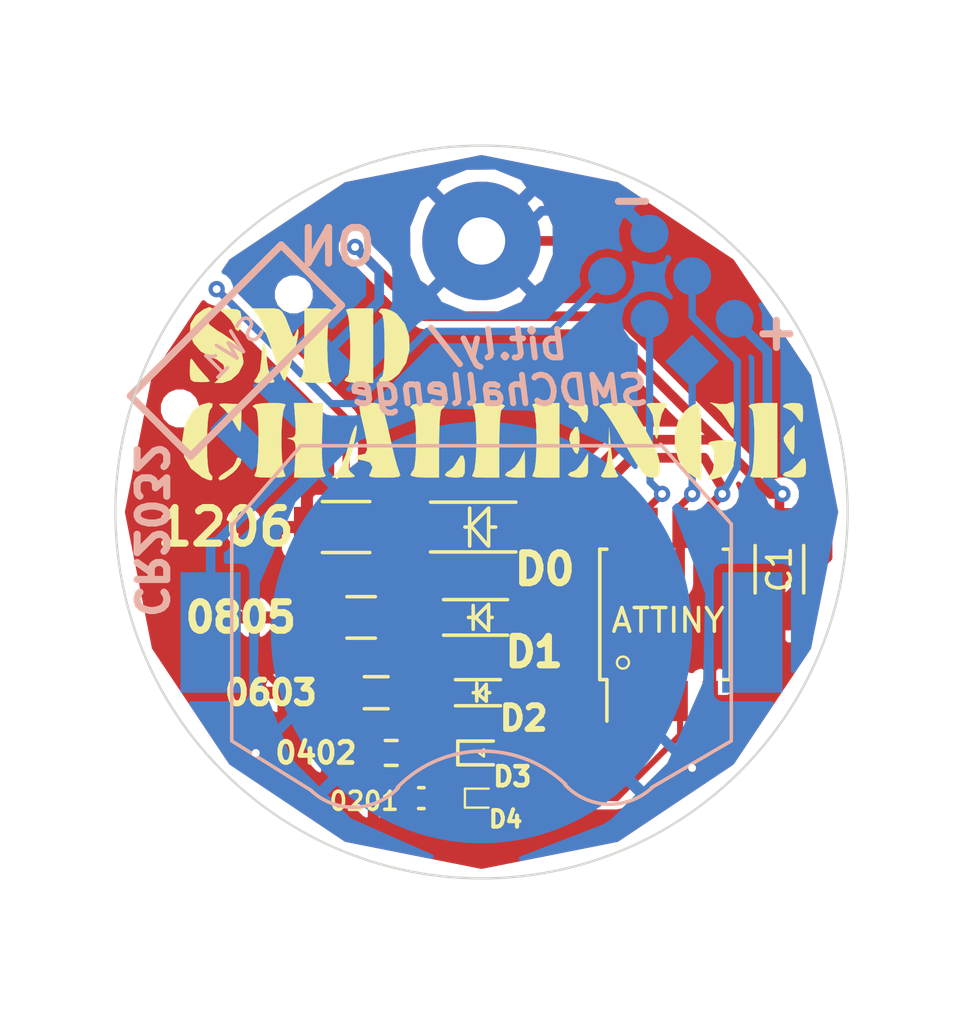
<source format=kicad_pcb>
(kicad_pcb (version 4) (host pcbnew 4.0.7)

  (general
    (links 38)
    (no_connects 1)
    (area 192.779782 75.939782 223.780218 106.940218)
    (thickness 1.6)
    (drawings 14)
    (tracks 145)
    (zones 0)
    (modules 27)
    (nets 16)
  )

  (page USLetter)
  (layers
    (0 F.Cu signal)
    (31 B.Cu signal)
    (34 B.Paste user)
    (35 F.Paste user)
    (36 B.SilkS user)
    (37 F.SilkS user)
    (38 B.Mask user)
    (39 F.Mask user)
    (40 Dwgs.User user)
    (44 Edge.Cuts user)
  )

  (setup
    (last_trace_width 0.1524)
    (user_trace_width 0.254)
    (user_trace_width 0.3048)
    (user_trace_width 0.4064)
    (user_trace_width 0.6096)
    (user_trace_width 2.032)
    (trace_clearance 0.1524)
    (zone_clearance 0.35)
    (zone_45_only no)
    (trace_min 0.1524)
    (segment_width 0.254)
    (edge_width 0.1)
    (via_size 0.6858)
    (via_drill 0.3302)
    (via_min_size 0.6858)
    (via_min_drill 0.3302)
    (user_via 1 0.5)
    (uvia_size 0.762)
    (uvia_drill 0.508)
    (uvias_allowed no)
    (uvia_min_size 0.508)
    (uvia_min_drill 0.127)
    (pcb_text_width 0.3)
    (pcb_text_size 1.5 1.5)
    (mod_edge_width 0.15)
    (mod_text_size 1 1)
    (mod_text_width 0.15)
    (pad_size 1.6 1.6)
    (pad_drill 0)
    (pad_to_mask_clearance 0)
    (aux_axis_origin 0 0)
    (grid_origin 210.82 95.25)
    (visible_elements 7FFFFFFF)
    (pcbplotparams
      (layerselection 0x010f0_80000001)
      (usegerberextensions true)
      (excludeedgelayer true)
      (linewidth 0.100000)
      (plotframeref false)
      (viasonmask false)
      (mode 1)
      (useauxorigin false)
      (hpglpennumber 1)
      (hpglpenspeed 20)
      (hpglpendiameter 15)
      (hpglpenoverlay 2)
      (psnegative false)
      (psa4output false)
      (plotreference true)
      (plotvalue true)
      (plotinvisibletext false)
      (padsonsilk false)
      (subtractmaskfromsilk false)
      (outputformat 1)
      (mirror false)
      (drillshape 0)
      (scaleselection 1)
      (outputdirectory gerbers/))
  )

  (net 0 "")
  (net 1 GND)
  (net 2 +BATT)
  (net 3 "Net-(CON1-Pad1)")
  (net 4 "Net-(CON1-Pad3)")
  (net 5 "Net-(CON1-Pad4)")
  (net 6 "Net-(CON1-Pad5)")
  (net 7 "Net-(D1-Pad1)")
  (net 8 "Net-(D2-Pad1)")
  (net 9 "Net-(D3-Pad1)")
  (net 10 "Net-(D0-Pad1)")
  (net 11 "Net-(D3-Pad2)")
  (net 12 "Net-(D4-Pad2)")
  (net 13 "Net-(D4-Pad1)")
  (net 14 "Net-(BT1-Pad1)")
  (net 15 "Net-(SW1-Pad1)")

  (net_class Default "This is the default net class."
    (clearance 0.1524)
    (trace_width 0.1524)
    (via_dia 0.6858)
    (via_drill 0.3302)
    (uvia_dia 0.762)
    (uvia_drill 0.508)
    (add_net +BATT)
    (add_net GND)
    (add_net "Net-(BT1-Pad1)")
    (add_net "Net-(CON1-Pad1)")
    (add_net "Net-(CON1-Pad3)")
    (add_net "Net-(CON1-Pad4)")
    (add_net "Net-(CON1-Pad5)")
    (add_net "Net-(D0-Pad1)")
    (add_net "Net-(D1-Pad1)")
    (add_net "Net-(D2-Pad1)")
    (add_net "Net-(D3-Pad1)")
    (add_net "Net-(D3-Pad2)")
    (add_net "Net-(D4-Pad1)")
    (add_net "Net-(D4-Pad2)")
    (add_net "Net-(SW1-Pad1)")
  )

  (module LED_0201 (layer F.Cu) (tedit 5B8CBE79) (tstamp 5A2CB0D7)
    (at 208.28 103.505)
    (descr "Resistor SMD 0201, reflow soldering, Vishay (see crcw0201e3.pdf)")
    (tags "resistor 0201")
    (path /58DDCAFF)
    (attr smd)
    (fp_text reference D4 (at 1.016 0.889) (layer F.SilkS)
      (effects (font (size 0.7 0.7) (thickness 0.175)))
    )
    (fp_text value LED (at 0 1.7) (layer F.Fab)
      (effects (font (size 1 1) (thickness 0.15)))
    )
    (fp_line (start 0.3 0.4) (end -0.7 0.4) (layer F.SilkS) (width 0.1))
    (fp_line (start -0.7 0.4) (end -0.7 -0.4) (layer F.SilkS) (width 0.1))
    (fp_line (start -0.7 -0.4) (end 0.3 -0.4) (layer F.SilkS) (width 0.1))
    (fp_line (start -0.325 0.175) (end -0.325 -0.175) (layer F.CrtYd) (width 0.05))
    (fp_line (start -0.325 0.175) (end 0.325 0.175) (layer F.CrtYd) (width 0.05))
    (fp_line (start 0.325 0.175) (end 0.325 -0.175) (layer F.CrtYd) (width 0.05))
    (fp_line (start -0.325 -0.175) (end 0.325 -0.175) (layer F.CrtYd) (width 0.05))
    (pad 1 smd rect (at -0.3 0) (size 0.4 0.4) (layers F.Cu F.Paste F.Mask)
      (net 13 "Net-(D4-Pad1)"))
    (pad 2 smd rect (at 0.3 0) (size 0.4 0.4) (layers F.Cu F.Paste F.Mask)
      (net 12 "Net-(D4-Pad2)"))
    (model Resistors_SMD.3dshapes/R_0201.wrl
      (at (xyz 0 0 0))
      (scale (xyz 1 1 1))
      (rotate (xyz 0 0 0))
    )
  )

  (module LED_0402 (layer F.Cu) (tedit 5B8CBDF1) (tstamp 5A2CB0C5)
    (at 208.28 101.6)
    (descr "Resistor SMD 0402, reflow soldering, Vishay (see dcrcw.pdf)")
    (tags "resistor 0402")
    (path /58D34030)
    (attr smd)
    (fp_text reference D3 (at 1.3 1) (layer F.SilkS)
      (effects (font (size 0.8 0.8) (thickness 0.2)))
    )
    (fp_text value LED (at 0 1.8) (layer F.Fab)
      (effects (font (size 1 1) (thickness 0.15)))
    )
    (fp_line (start 0.5 0.5) (end -1 0.5) (layer F.SilkS) (width 0.15))
    (fp_line (start -1 0.5) (end -1 -0.5) (layer F.SilkS) (width 0.15))
    (fp_line (start -1 -0.5) (end 0.5 -0.5) (layer F.SilkS) (width 0.15))
    (fp_line (start 0.1 0.15) (end 0.1 -0.15) (layer F.SilkS) (width 0.1))
    (fp_line (start -0.1 0) (end 0.1 0.15) (layer F.SilkS) (width 0.1))
    (fp_line (start -0.1 0) (end 0.1 -0.15) (layer F.SilkS) (width 0.1))
    (fp_line (start -0.95 -0.65) (end 0.95 -0.65) (layer F.CrtYd) (width 0.05))
    (fp_line (start -0.95 0.65) (end 0.95 0.65) (layer F.CrtYd) (width 0.05))
    (fp_line (start -0.95 -0.65) (end -0.95 0.65) (layer F.CrtYd) (width 0.05))
    (fp_line (start 0.95 -0.65) (end 0.95 0.65) (layer F.CrtYd) (width 0.05))
    (pad 1 smd rect (at -0.5 0) (size 0.7 0.6) (layers F.Cu F.Paste F.Mask)
      (net 9 "Net-(D3-Pad1)"))
    (pad 2 smd rect (at 0.5 0) (size 0.7 0.6) (layers F.Cu F.Paste F.Mask)
      (net 11 "Net-(D3-Pad2)"))
    (model Resistors_SMD.3dshapes/R_0402.wrl
      (at (xyz 0 0 0))
      (scale (xyz 1 1 1))
      (rotate (xyz 0 0 0))
    )
  )

  (module footprints:LED-1206 (layer F.Cu) (tedit 5902C0FC) (tstamp 5A2CB088)
    (at 208.28 92.075)
    (descr "LED 1206 smd package")
    (tags "LED1206 SMD")
    (path /58C49927)
    (attr smd)
    (fp_text reference D0 (at 2.667 1.778) (layer F.SilkS)
      (effects (font (size 1.25 1.25) (thickness 0.3125)))
    )
    (fp_text value LED (at 0 2) (layer F.Fab)
      (effects (font (size 1 1) (thickness 0.15)))
    )
    (fp_line (start -0.5 0.7) (end -0.5 0.8) (layer F.SilkS) (width 0.15))
    (fp_line (start -0.5 -0.7) (end -0.5 -0.8) (layer F.SilkS) (width 0.15))
    (fp_line (start 0.3 0) (end 0.6 0) (layer F.SilkS) (width 0.15))
    (fp_line (start 0.3 0.8) (end 0.3 -0.7) (layer F.SilkS) (width 0.15))
    (fp_line (start 0.3 -0.7) (end 0.3 -0.8) (layer F.SilkS) (width 0.15))
    (fp_line (start 0.2 0.7) (end 0.3 0.8) (layer F.SilkS) (width 0.15))
    (fp_line (start 0.2 -0.7) (end 0.3 -0.8) (layer F.SilkS) (width 0.15))
    (fp_line (start -0.7 0) (end -0.5 0) (layer F.SilkS) (width 0.15))
    (fp_line (start -0.5 0.5) (end -0.5 0.7) (layer F.SilkS) (width 0.15))
    (fp_line (start -0.5 -0.5) (end -0.5 -0.7) (layer F.SilkS) (width 0.15))
    (fp_line (start -0.4 0) (end 0.2 0.7) (layer F.SilkS) (width 0.15))
    (fp_line (start 0.2 -0.7) (end -0.4 -0.1) (layer F.SilkS) (width 0.15))
    (fp_line (start -2.15 1.05) (end 1.45 1.05) (layer F.SilkS) (width 0.15))
    (fp_line (start -2.15 -1.05) (end 1.45 -1.05) (layer F.SilkS) (width 0.15))
    (fp_line (start -0.5 -0.5) (end -0.5 0.5) (layer F.SilkS) (width 0.15))
    (fp_line (start 2.5 -1.25) (end -2.5 -1.25) (layer F.CrtYd) (width 0.05))
    (fp_line (start -2.5 -1.25) (end -2.5 1.25) (layer F.CrtYd) (width 0.05))
    (fp_line (start -2.5 1.25) (end 2.5 1.25) (layer F.CrtYd) (width 0.05))
    (fp_line (start 2.5 1.25) (end 2.5 -1.25) (layer F.CrtYd) (width 0.05))
    (pad 2 smd rect (at 1.524 0 180) (size 1.7 1.80086) (layers F.Cu F.Paste F.Mask)
      (net 5 "Net-(CON1-Pad4)"))
    (pad 1 smd rect (at -1.651 0 180) (size 1.7 1.80086) (layers F.Cu F.Paste F.Mask)
      (net 10 "Net-(D0-Pad1)"))
    (model LEDs.3dshapes/LED_1206.wrl
      (at (xyz 0 0 0))
      (scale (xyz 1 1 1))
      (rotate (xyz 0 0 0))
    )
  )

  (module footprints:Pin_Header_Straight_1x01 (layer F.Cu) (tedit 5B88CCD5) (tstamp 5A2CB193)
    (at 208.28 80.01)
    (descr "Through hole pin header")
    (tags "pin header")
    (path /5860AE9A)
    (fp_text reference P5 (at -0.6 -0.5) (layer F.SilkS) hide
      (effects (font (size 0.127 0.127) (thickness 0.03175)))
    )
    (fp_text value CONN_01X01 (at 0 0.9) (layer F.Fab)
      (effects (font (size 0.127 0.127) (thickness 0.03175)))
    )
    (pad 1 thru_hole circle (at 0 0) (size 5 5) (drill 2) (layers *.Cu *.Mask)
      (net 1 GND))
  )

  (module footprints:BATT_CR2032_SMD (layer B.Cu) (tedit 56CFB5D2) (tstamp 5A2CB063)
    (at 208.28 96.52 180)
    (tags battery)
    (path /56CFA61E)
    (fp_text reference BT1 (at 0 -5.08 180) (layer B.SilkS) hide
      (effects (font (size 1.72974 1.08712) (thickness 0.27178)) (justify mirror))
    )
    (fp_text value Battery (at 0 2.54 180) (layer B.SilkS) hide
      (effects (font (size 1.524 1.016) (thickness 0.254)) (justify mirror))
    )
    (fp_line (start -7.1755 -6.5405) (end -10.541 -4.572) (layer B.SilkS) (width 0.15))
    (fp_line (start 7.1755 -6.6675) (end 10.541 -4.572) (layer B.SilkS) (width 0.15))
    (fp_arc (start -5.4229 -4.6355) (end -3.5179 -6.4135) (angle -90) (layer B.SilkS) (width 0.15))
    (fp_arc (start 5.4102 -4.7625) (end 7.1882 -6.6675) (angle -90) (layer B.SilkS) (width 0.15))
    (fp_arc (start -0.0635 -10.033) (end -3.556 -6.4135) (angle -90) (layer B.SilkS) (width 0.15))
    (fp_line (start 7.62 7.874) (end 10.541 4.5085) (layer B.SilkS) (width 0.15))
    (fp_line (start -10.541 4.572) (end -7.5565 7.9375) (layer B.SilkS) (width 0.15))
    (fp_line (start -7.62 7.874) (end 7.62 7.874) (layer B.SilkS) (width 0.15))
    (fp_line (start -10.541 -4.572) (end -10.541 4.572) (layer B.SilkS) (width 0.15))
    (fp_line (start 10.541 -4.572) (end 10.541 4.572) (layer B.SilkS) (width 0.15))
    (fp_circle (center 0 0) (end -10.16 0) (layer Dwgs.User) (width 0.15))
    (pad 2 smd circle (at 0 0 180) (size 17.78 17.78) (layers B.Cu B.Paste B.Mask)
      (net 1 GND))
    (pad 1 smd rect (at -11.43 0 180) (size 2.54 5.08) (layers B.Cu B.Paste B.Mask)
      (net 14 "Net-(BT1-Pad1)"))
    (pad 1 smd rect (at 11.43 0 180) (size 2.54 5.08) (layers B.Cu B.Paste B.Mask)
      (net 14 "Net-(BT1-Pad1)"))
  )

  (module footprints:C_1206_HandSoldering (layer F.Cu) (tedit 5902BDF4) (tstamp 5A2CB074)
    (at 220.853 93.853 90)
    (descr "Capacitor SMD 1206, hand soldering")
    (tags "capacitor 1206")
    (path /553FDF53)
    (attr smd)
    (fp_text reference C1 (at 0 0 90) (layer F.SilkS)
      (effects (font (size 1 1) (thickness 0.15)))
    )
    (fp_text value "0.1 uF" (at 0 2.3 90) (layer F.Fab)
      (effects (font (size 1 1) (thickness 0.15)))
    )
    (fp_line (start -3.3 -1.15) (end 3.3 -1.15) (layer F.CrtYd) (width 0.05))
    (fp_line (start -3.3 1.15) (end 3.3 1.15) (layer F.CrtYd) (width 0.05))
    (fp_line (start -3.3 -1.15) (end -3.3 1.15) (layer F.CrtYd) (width 0.05))
    (fp_line (start 3.3 -1.15) (end 3.3 1.15) (layer F.CrtYd) (width 0.05))
    (fp_line (start 1 -1.025) (end -1 -1.025) (layer F.SilkS) (width 0.15))
    (fp_line (start -1 1.025) (end 1 1.025) (layer F.SilkS) (width 0.15))
    (pad 1 smd rect (at -1.778 0 90) (size 1.6 1.6) (layers F.Cu F.Paste F.Mask)
      (net 1 GND))
    (pad 2 smd rect (at 1.778 0 90) (size 1.6 1.6) (layers F.Cu F.Paste F.Mask)
      (net 2 +BATT))
    (model Capacitors_SMD.3dshapes/C_1206.wrl
      (at (xyz 0 0 0))
      (scale (xyz 1 1 1))
      (rotate (xyz 0 0 0))
    )
  )

  (module footprints:AVR-ISP-6 (layer B.Cu) (tedit 5B8B50E2) (tstamp 5A2CB07F)
    (at 217.17 85.09 45)
    (descr "6-lead dip package, row spacing 7.62 mm (300 mils)")
    (tags "dil dip 2.54 300")
    (path /58609061)
    (fp_text reference CON1 (at 0 2.54 45) (layer B.SilkS) hide
      (effects (font (size 1 1) (thickness 0.15)) (justify mirror))
    )
    (fp_text value AVR-ISP-6 (at 0 3.72 45) (layer B.Fab) hide
      (effects (font (size 1 1) (thickness 0.15)) (justify mirror))
    )
    (pad 1 smd rect (at 0 0 45) (size 1.6 1.6) (layers B.Cu B.Paste B.Mask)
      (net 3 "Net-(CON1-Pad1)"))
    (pad 2 smd circle (at 2.54 0 45) (size 1.6 1.6) (layers B.Cu B.Paste B.Mask)
      (net 2 +BATT))
    (pad 3 smd oval (at 0 -2.54 45) (size 1.6 1.6) (layers B.Cu B.Paste B.Mask)
      (net 4 "Net-(CON1-Pad3)"))
    (pad 4 smd oval (at 2.54 -2.54 45) (size 1.6 1.6) (layers B.Cu B.Paste B.Mask)
      (net 5 "Net-(CON1-Pad4)"))
    (pad 5 smd oval (at 0 -5.08 45) (size 1.6 1.6) (layers B.Cu B.Paste B.Mask)
      (net 6 "Net-(CON1-Pad5)"))
    (pad 6 smd oval (at 2.54 -5.08 45) (size 1.6 1.6) (layers B.Cu B.Paste B.Mask)
      (net 1 GND))
  )

  (module footprints:LED-0805 (layer F.Cu) (tedit 5902C116) (tstamp 5A2CB0A0)
    (at 208.28 95.885)
    (descr "LED 0805 smd package")
    (tags "LED 0805 SMD")
    (path /58D338E3)
    (attr smd)
    (fp_text reference D1 (at 2.2225 1.4605) (layer F.SilkS)
      (effects (font (size 1.2 1.2) (thickness 0.3)))
    )
    (fp_text value LED (at 0 1.75) (layer F.Fab)
      (effects (font (size 1 1) (thickness 0.15)))
    )
    (fp_line (start 0.3 0) (end 0.45 0) (layer F.SilkS) (width 0.15))
    (fp_line (start -0.55 0) (end -0.2 0) (layer F.SilkS) (width 0.15))
    (fp_line (start -0.25 0) (end 0.3 -0.55) (layer F.SilkS) (width 0.15))
    (fp_line (start 0.3 -0.55) (end 0.3 0.55) (layer F.SilkS) (width 0.15))
    (fp_line (start 0.3 0.55) (end -0.25 0) (layer F.SilkS) (width 0.15))
    (fp_line (start -0.35 -0.35) (end -0.35 -0.5) (layer F.SilkS) (width 0.15))
    (fp_line (start -0.35 0.35) (end -0.35 0.5) (layer F.SilkS) (width 0.15))
    (fp_line (start -1.6 0.75) (end 1.1 0.75) (layer F.SilkS) (width 0.15))
    (fp_line (start -1.6 -0.75) (end 1.1 -0.75) (layer F.SilkS) (width 0.15))
    (fp_line (start -0.35 -0.35) (end -0.35 0.35) (layer F.SilkS) (width 0.15))
    (fp_line (start 1.9 -0.95) (end 1.9 0.95) (layer F.CrtYd) (width 0.05))
    (fp_line (start 1.9 0.95) (end -1.9 0.95) (layer F.CrtYd) (width 0.05))
    (fp_line (start -1.9 0.95) (end -1.9 -0.95) (layer F.CrtYd) (width 0.05))
    (fp_line (start -1.9 -0.95) (end 1.9 -0.95) (layer F.CrtYd) (width 0.05))
    (pad 2 smd rect (at 1.143 0 180) (size 1.3 1.19888) (layers F.Cu F.Paste F.Mask)
      (net 3 "Net-(CON1-Pad1)"))
    (pad 1 smd rect (at -1.27 0 180) (size 1.3 1.19888) (layers F.Cu F.Paste F.Mask)
      (net 7 "Net-(D1-Pad1)"))
    (model LEDs.3dshapes/LED-0805.wrl
      (at (xyz 0 0 0))
      (scale (xyz 1 1 1))
      (rotate (xyz 0 0 0))
    )
    (model LEDs.3dshapes/LED_0805.wrl
      (at (xyz 0 0 0))
      (scale (xyz 1 1 1))
      (rotate (xyz 0 0 0))
    )
  )

  (module footprints:LED-0603 (layer F.Cu) (tedit 5902C124) (tstamp 5A2CB0B3)
    (at 208.28 99.06)
    (descr "LED 0603 smd package")
    (tags "LED led 0603 SMD smd SMT smt smdled SMDLED smtled SMTLED")
    (path /58D33940)
    (attr smd)
    (fp_text reference D2 (at 1.778 1.0795) (layer F.SilkS)
      (effects (font (size 1 1) (thickness 0.25)))
    )
    (fp_text value LED (at 0 1.5) (layer F.Fab)
      (effects (font (size 1 1) (thickness 0.15)))
    )
    (fp_line (start 0.2 0) (end 0.35 0) (layer F.SilkS) (width 0.15))
    (fp_line (start -0.35 0) (end -0.15 0) (layer F.SilkS) (width 0.15))
    (fp_line (start -0.1 0) (end 0.2 -0.35) (layer F.SilkS) (width 0.15))
    (fp_line (start 0.2 -0.35) (end 0.2 0.35) (layer F.SilkS) (width 0.15))
    (fp_line (start 0.2 0.35) (end -0.2 0) (layer F.SilkS) (width 0.15))
    (fp_line (start -0.2 0) (end -0.15 0) (layer F.SilkS) (width 0.15))
    (fp_line (start -0.2 -0.4) (end -0.2 0.35) (layer F.SilkS) (width 0.15))
    (fp_line (start -1.1 0.55) (end 0.8 0.55) (layer F.SilkS) (width 0.15))
    (fp_line (start -1.1 -0.55) (end 0.8 -0.55) (layer F.SilkS) (width 0.15))
    (fp_line (start 1.4 -0.75) (end 1.4 0.75) (layer F.CrtYd) (width 0.05))
    (fp_line (start 1.4 0.75) (end -1.4 0.75) (layer F.CrtYd) (width 0.05))
    (fp_line (start -1.4 0.75) (end -1.4 -0.75) (layer F.CrtYd) (width 0.05))
    (fp_line (start -1.4 -0.75) (end 1.4 -0.75) (layer F.CrtYd) (width 0.05))
    (pad 2 smd rect (at 0.889 0 180) (size 1 0.79756) (layers F.Cu F.Paste F.Mask)
      (net 4 "Net-(CON1-Pad3)"))
    (pad 1 smd rect (at -0.889 0 180) (size 1 0.79756) (layers F.Cu F.Paste F.Mask)
      (net 8 "Net-(D2-Pad1)"))
    (model LEDs.3dshapes/LED_0603.wrl
      (at (xyz 0 0 0))
      (scale (xyz 1 1 1))
      (rotate (xyz 0 0 0))
    )
  )

  (module footprints:SOIJ-8_5.3x5.3mm_Pitch1.27mm (layer F.Cu) (tedit 5B8B51AD) (tstamp 5A2CB0E9)
    (at 216.027 95.758 90)
    (descr "8-Lead Plastic Small Outline (SM) - Medium, 5.28 mm Body [SOIC] (see Microchip Packaging Specification 00000049BS.pdf)")
    (tags "SOIC 1.27")
    (path /58C478D3)
    (attr smd)
    (fp_text reference IC1 (at -1.27 2.159 90) (layer F.SilkS) hide
      (effects (font (size 1 1) (thickness 0.15)))
    )
    (fp_text value ATTINY (at -0.254 0.127 180) (layer F.SilkS)
      (effects (font (size 1 1) (thickness 0.15)))
    )
    (fp_circle (center -2.032 -1.778) (end -2.286 -1.778) (layer F.SilkS) (width 0.1))
    (fp_line (start -4.75 -2.95) (end -4.75 2.95) (layer F.CrtYd) (width 0.05))
    (fp_line (start 4.75 -2.95) (end 4.75 2.95) (layer F.CrtYd) (width 0.05))
    (fp_line (start -4.75 -2.95) (end 4.75 -2.95) (layer F.CrtYd) (width 0.05))
    (fp_line (start -4.75 2.95) (end 4.75 2.95) (layer F.CrtYd) (width 0.05))
    (fp_line (start -2.75 -2.755) (end -2.75 -2.455) (layer F.SilkS) (width 0.15))
    (fp_line (start 2.75 -2.755) (end 2.75 -2.455) (layer F.SilkS) (width 0.15))
    (fp_line (start 2.75 2.755) (end 2.75 2.455) (layer F.SilkS) (width 0.15))
    (fp_line (start -2.75 2.755) (end -2.75 2.455) (layer F.SilkS) (width 0.15))
    (fp_line (start -2.75 -2.755) (end 2.75 -2.755) (layer F.SilkS) (width 0.15))
    (fp_line (start -2.75 2.755) (end 2.75 2.755) (layer F.SilkS) (width 0.15))
    (fp_line (start -2.75 -2.455) (end -4.5 -2.455) (layer F.SilkS) (width 0.15))
    (pad 1 smd rect (at -3.65 -1.905 90) (size 1.7 0.65) (layers F.Cu F.Paste F.Mask)
      (net 6 "Net-(CON1-Pad5)"))
    (pad 2 smd rect (at -3.65 -0.635 90) (size 1.7 0.65) (layers F.Cu F.Paste F.Mask)
      (net 11 "Net-(D3-Pad2)"))
    (pad 3 smd rect (at -3.65 0.635 90) (size 1.7 0.65) (layers F.Cu F.Paste F.Mask)
      (net 12 "Net-(D4-Pad2)"))
    (pad 4 smd rect (at -3.65 1.905 90) (size 1.7 0.65) (layers F.Cu F.Paste F.Mask)
      (net 1 GND))
    (pad 5 smd rect (at 3.65 1.905 90) (size 1.7 0.65) (layers F.Cu F.Paste F.Mask)
      (net 5 "Net-(CON1-Pad4)"))
    (pad 6 smd rect (at 3.65 0.635 90) (size 1.7 0.65) (layers F.Cu F.Paste F.Mask)
      (net 3 "Net-(CON1-Pad1)"))
    (pad 7 smd rect (at 3.65 -0.635 90) (size 1.7 0.65) (layers F.Cu F.Paste F.Mask)
      (net 4 "Net-(CON1-Pad3)"))
    (pad 8 smd rect (at 3.65 -1.905 90) (size 1.7 0.65) (layers F.Cu F.Paste F.Mask)
      (net 2 +BATT))
    (model Housings_SOIC.3dshapes/SOIJ-8_5.3x5.3mm_Pitch1.27mm.wrl
      (at (xyz 0 0 0))
      (scale (xyz 1 1 1))
      (rotate (xyz 0 0 0))
    )
  )

  (module footprints:testPad (layer F.Cu) (tedit 5902BD57) (tstamp 5A2CB100)
    (at 212.09 92.075)
    (descr "module 1 pin (ou trou mecanique de percage)")
    (tags DEV)
    (path /5902B2A3)
    (fp_text reference P0 (at -0.0635 0) (layer F.SilkS) hide
      (effects (font (size 0.635 0.635) (thickness 0.127)))
    )
    (fp_text value CONN_01X01 (at 0 0) (layer F.Fab)
      (effects (font (size 0.127 0.127) (thickness 0.03175)))
    )
    (pad 1 smd oval (at 0 0) (size 0.508 0.762) (layers F.Cu F.Paste F.Mask)
      (net 5 "Net-(CON1-Pad4)"))
  )

  (module footprints:testPad (layer F.Cu) (tedit 5902BD57) (tstamp 5A2CB104)
    (at 211.582 95.885)
    (descr "module 1 pin (ou trou mecanique de percage)")
    (tags DEV)
    (path /5902B324)
    (fp_text reference P1 (at -0.0635 0) (layer F.SilkS) hide
      (effects (font (size 0.635 0.635) (thickness 0.127)))
    )
    (fp_text value CONN_01X01 (at 0 0) (layer F.Fab)
      (effects (font (size 0.127 0.127) (thickness 0.03175)))
    )
    (pad 1 smd oval (at 0 0) (size 0.508 0.762) (layers F.Cu F.Paste F.Mask)
      (net 3 "Net-(CON1-Pad1)"))
  )

  (module footprints:testPad (layer F.Cu) (tedit 5902BD57) (tstamp 5A2CB108)
    (at 211.201 99.06)
    (descr "module 1 pin (ou trou mecanique de percage)")
    (tags DEV)
    (path /5902B382)
    (fp_text reference P2 (at -0.0635 0) (layer F.SilkS) hide
      (effects (font (size 0.635 0.635) (thickness 0.127)))
    )
    (fp_text value CONN_01X01 (at 0 0) (layer F.Fab)
      (effects (font (size 0.127 0.127) (thickness 0.03175)))
    )
    (pad 1 smd oval (at 0 0) (size 0.508 0.762) (layers F.Cu F.Paste F.Mask)
      (net 4 "Net-(CON1-Pad3)"))
  )

  (module footprints:testPad (layer F.Cu) (tedit 5902BD57) (tstamp 5A2CB10C)
    (at 210.82 101.6)
    (descr "module 1 pin (ou trou mecanique de percage)")
    (tags DEV)
    (path /5902B3ED)
    (fp_text reference P3 (at -0.0635 0) (layer F.SilkS) hide
      (effects (font (size 0.635 0.635) (thickness 0.127)))
    )
    (fp_text value CONN_01X01 (at 0 0) (layer F.Fab)
      (effects (font (size 0.127 0.127) (thickness 0.03175)))
    )
    (pad 1 smd oval (at 0 0) (size 0.508 0.762) (layers F.Cu F.Paste F.Mask)
      (net 11 "Net-(D3-Pad2)"))
  )

  (module footprints:testPad (layer F.Cu) (tedit 5902BD57) (tstamp 5A2CB110)
    (at 210.566 103.505)
    (descr "module 1 pin (ou trou mecanique de percage)")
    (tags DEV)
    (path /5902B44F)
    (fp_text reference P4 (at -0.0635 0) (layer F.SilkS) hide
      (effects (font (size 0.635 0.635) (thickness 0.127)))
    )
    (fp_text value CONN_01X01 (at 0 0) (layer F.Fab)
      (effects (font (size 0.127 0.127) (thickness 0.03175)))
    )
    (pad 1 smd oval (at 0 0) (size 0.508 0.762) (layers F.Cu F.Paste F.Mask)
      (net 12 "Net-(D4-Pad2)"))
  )

  (module footprints:testPad (layer F.Cu) (tedit 5902BD57) (tstamp 5A2CB114)
    (at 198.247 92.075)
    (descr "module 1 pin (ou trou mecanique de percage)")
    (tags DEV)
    (path /5902AF42)
    (fp_text reference PG0 (at -0.0635 0) (layer F.SilkS) hide
      (effects (font (size 0.635 0.635) (thickness 0.127)))
    )
    (fp_text value CONN_01X01 (at 0 0) (layer F.Fab)
      (effects (font (size 0.127 0.127) (thickness 0.03175)))
    )
    (pad 1 smd oval (at 0 0) (size 0.508 0.762) (layers F.Cu F.Paste F.Mask)
      (net 1 GND))
  )

  (module footprints:testPad (layer F.Cu) (tedit 5902BD57) (tstamp 5A2CB118)
    (at 198.6915 95.885)
    (descr "module 1 pin (ou trou mecanique de percage)")
    (tags DEV)
    (path /5902AFA3)
    (fp_text reference PG1 (at -0.0635 0) (layer F.SilkS) hide
      (effects (font (size 0.635 0.635) (thickness 0.127)))
    )
    (fp_text value CONN_01X01 (at 0 0) (layer F.Fab)
      (effects (font (size 0.127 0.127) (thickness 0.03175)))
    )
    (pad 1 smd oval (at 0 0) (size 0.508 0.762) (layers F.Cu F.Paste F.Mask)
      (net 1 GND))
  )

  (module footprints:testPad (layer F.Cu) (tedit 5902BD57) (tstamp 5A2CB11C)
    (at 199.898 99.06)
    (descr "module 1 pin (ou trou mecanique de percage)")
    (tags DEV)
    (path /5902AFF0)
    (fp_text reference PG2 (at -0.0635 0) (layer F.SilkS) hide
      (effects (font (size 0.635 0.635) (thickness 0.127)))
    )
    (fp_text value CONN_01X01 (at 0 0) (layer F.Fab)
      (effects (font (size 0.127 0.127) (thickness 0.03175)))
    )
    (pad 1 smd oval (at 0 0) (size 0.508 0.762) (layers F.Cu F.Paste F.Mask)
      (net 1 GND))
  )

  (module footprints:testPad (layer F.Cu) (tedit 5902BD57) (tstamp 5A2CB120)
    (at 201.7395 101.6)
    (descr "module 1 pin (ou trou mecanique de percage)")
    (tags DEV)
    (path /5902B040)
    (fp_text reference PG3 (at -0.0635 0) (layer F.SilkS) hide
      (effects (font (size 0.635 0.635) (thickness 0.127)))
    )
    (fp_text value CONN_01X01 (at 0 0) (layer F.Fab)
      (effects (font (size 0.127 0.127) (thickness 0.03175)))
    )
    (pad 1 smd oval (at 0 0) (size 0.508 0.762) (layers F.Cu F.Paste F.Mask)
      (net 1 GND))
  )

  (module footprints:testPad (layer F.Cu) (tedit 5902BD57) (tstamp 5A2CB124)
    (at 203.708 103.505)
    (descr "module 1 pin (ou trou mecanique de percage)")
    (tags DEV)
    (path /5902B093)
    (fp_text reference PG4 (at -0.0635 0) (layer F.SilkS) hide
      (effects (font (size 0.635 0.635) (thickness 0.127)))
    )
    (fp_text value CONN_01X01 (at 0 0) (layer F.Fab)
      (effects (font (size 0.127 0.127) (thickness 0.03175)))
    )
    (pad 1 smd oval (at 0 0) (size 0.508 0.762) (layers F.Cu F.Paste F.Mask)
      (net 1 GND))
  )

  (module footprints:R_1206 (layer F.Cu) (tedit 5902A5E4) (tstamp 5A2CB128)
    (at 202.565 92.075 180)
    (descr "Resistor SMD 1206, reflow soldering, Vishay (see dcrcw.pdf)")
    (tags "resistor 1206")
    (path /56CEB2B5)
    (attr smd)
    (fp_text reference R0 (at 0 0 180) (layer F.SilkS) hide
      (effects (font (size 1.25 1.25) (thickness 0.2)))
    )
    (fp_text value 330 (at 0 2.3 180) (layer F.Fab)
      (effects (font (size 1 1) (thickness 0.15)))
    )
    (fp_line (start -2.2 -1.2) (end 2.2 -1.2) (layer F.CrtYd) (width 0.05))
    (fp_line (start -2.2 1.2) (end 2.2 1.2) (layer F.CrtYd) (width 0.05))
    (fp_line (start -2.2 -1.2) (end -2.2 1.2) (layer F.CrtYd) (width 0.05))
    (fp_line (start 2.2 -1.2) (end 2.2 1.2) (layer F.CrtYd) (width 0.05))
    (fp_line (start 1 1.075) (end -1 1.075) (layer F.SilkS) (width 0.15))
    (fp_line (start -1 -1.075) (end 1 -1.075) (layer F.SilkS) (width 0.15))
    (pad 1 smd rect (at -1.778 0 180) (size 1.1 1.7) (layers F.Cu F.Paste F.Mask)
      (net 10 "Net-(D0-Pad1)"))
    (pad 2 smd rect (at 1.651 0 180) (size 1.1 1.7) (layers F.Cu F.Paste F.Mask)
      (net 1 GND))
    (model Resistors_SMD.3dshapes/R_1206.wrl
      (at (xyz 0 0 0))
      (scale (xyz 1 1 1))
      (rotate (xyz 0 0 0))
    )
  )

  (module footprints:R_0805 (layer F.Cu) (tedit 58DFDC5C) (tstamp 5A2CB133)
    (at 203.2 95.885 180)
    (descr "Resistor SMD 0805, reflow soldering, Vishay (see dcrcw.pdf)")
    (tags "resistor 0805")
    (path /58D3397B)
    (attr smd)
    (fp_text reference R1 (at 0 0 180) (layer F.SilkS) hide
      (effects (font (size 1 1) (thickness 0.15)))
    )
    (fp_text value 330 (at 0 2.1 180) (layer F.Fab)
      (effects (font (size 1 1) (thickness 0.15)))
    )
    (fp_line (start -1.6 -1) (end 1.6 -1) (layer F.CrtYd) (width 0.05))
    (fp_line (start -1.6 1) (end 1.6 1) (layer F.CrtYd) (width 0.05))
    (fp_line (start -1.6 -1) (end -1.6 1) (layer F.CrtYd) (width 0.05))
    (fp_line (start 1.6 -1) (end 1.6 1) (layer F.CrtYd) (width 0.05))
    (fp_line (start 0.6 0.875) (end -0.6 0.875) (layer F.SilkS) (width 0.15))
    (fp_line (start -0.6 -0.875) (end 0.6 -0.875) (layer F.SilkS) (width 0.15))
    (pad 1 smd rect (at -1.143 0 180) (size 0.9 1.3) (layers F.Cu F.Paste F.Mask)
      (net 7 "Net-(D1-Pad1)"))
    (pad 2 smd rect (at 1.143 0 180) (size 0.9 1.3) (layers F.Cu F.Paste F.Mask)
      (net 1 GND))
    (model Resistors_SMD.3dshapes/R_0805.wrl
      (at (xyz 0 0 0))
      (scale (xyz 1 1 1))
      (rotate (xyz 0 0 0))
    )
  )

  (module footprints:R_0603 (layer F.Cu) (tedit 5902A5F6) (tstamp 5A2CB13E)
    (at 203.835 99.06 180)
    (descr "Resistor SMD 0603, reflow soldering, Vishay (see dcrcw.pdf)")
    (tags "resistor 0603")
    (path /58D339BB)
    (attr smd)
    (fp_text reference R2 (at 0 0 180) (layer F.SilkS) hide
      (effects (font (size 1 1) (thickness 0.15)))
    )
    (fp_text value 330 (at 0 1.9 180) (layer F.Fab)
      (effects (font (size 1 1) (thickness 0.15)))
    )
    (fp_line (start -1.3 -0.8) (end 1.3 -0.8) (layer F.CrtYd) (width 0.05))
    (fp_line (start -1.3 0.8) (end 1.3 0.8) (layer F.CrtYd) (width 0.05))
    (fp_line (start -1.3 -0.8) (end -1.3 0.8) (layer F.CrtYd) (width 0.05))
    (fp_line (start 1.3 -0.8) (end 1.3 0.8) (layer F.CrtYd) (width 0.05))
    (fp_line (start 0.5 0.675) (end -0.5 0.675) (layer F.SilkS) (width 0.15))
    (fp_line (start -0.5 -0.675) (end 0.5 -0.675) (layer F.SilkS) (width 0.15))
    (pad 1 smd rect (at -0.889 0 180) (size 0.7 0.9) (layers F.Cu F.Paste F.Mask)
      (net 8 "Net-(D2-Pad1)"))
    (pad 2 smd rect (at 1.016 0 180) (size 0.7 0.9) (layers F.Cu F.Paste F.Mask)
      (net 1 GND))
    (model Resistors_SMD.3dshapes/R_0603.wrl
      (at (xyz 0 0 0))
      (scale (xyz 1 1 1))
      (rotate (xyz 0 0 0))
    )
  )

  (module footprints:R_0402 (layer F.Cu) (tedit 58DFDC4A) (tstamp 5A2CB149)
    (at 204.47 101.6 180)
    (descr "Resistor SMD 0402, reflow soldering, Vishay (see dcrcw.pdf)")
    (tags "resistor 0402")
    (path /58D3406E)
    (attr smd)
    (fp_text reference R3 (at 0 0 180) (layer Dwgs.User) hide
      (effects (font (size 1 1) (thickness 0.15)))
    )
    (fp_text value 330 (at 0 1.8 180) (layer F.Fab)
      (effects (font (size 1 1) (thickness 0.15)))
    )
    (fp_line (start -0.95 -0.65) (end 0.95 -0.65) (layer F.CrtYd) (width 0.05))
    (fp_line (start -0.95 0.65) (end 0.95 0.65) (layer F.CrtYd) (width 0.05))
    (fp_line (start -0.95 -0.65) (end -0.95 0.65) (layer F.CrtYd) (width 0.05))
    (fp_line (start 0.95 -0.65) (end 0.95 0.65) (layer F.CrtYd) (width 0.05))
    (fp_line (start 0.25 -0.525) (end -0.25 -0.525) (layer F.SilkS) (width 0.15))
    (fp_line (start -0.25 0.525) (end 0.25 0.525) (layer F.SilkS) (width 0.15))
    (pad 1 smd rect (at -0.4 0 180) (size 0.6 0.6) (layers F.Cu F.Paste F.Mask)
      (net 9 "Net-(D3-Pad1)"))
    (pad 2 smd rect (at 0.5 0 180) (size 0.6 0.6) (layers F.Cu F.Paste F.Mask)
      (net 1 GND))
    (model Resistors_SMD.3dshapes/R_0402.wrl
      (at (xyz 0 0 0))
      (scale (xyz 1 1 1))
      (rotate (xyz 0 0 0))
    )
  )

  (module footprints:R_0201 (layer F.Cu) (tedit 5A2C7C82) (tstamp 5A2CB154)
    (at 205.74 103.505 180)
    (descr "Resistor SMD 0201, reflow soldering, Vishay (see crcw0201e3.pdf)")
    (tags "resistor 0201")
    (path /58DDCB43)
    (attr smd)
    (fp_text reference R4 (at 1.397 0.762 180) (layer F.SilkS) hide
      (effects (font (size 0.762 0.762) (thickness 0.15)))
    )
    (fp_text value 330 (at 0 1.7 180) (layer F.Fab)
      (effects (font (size 1 1) (thickness 0.15)))
    )
    (fp_line (start 0.35 -0.175) (end 0.35 0.175) (layer F.CrtYd) (width 0.05))
    (fp_line (start -0.325 -0.25) (end 0.325 -0.25) (layer F.CrtYd) (width 0.05))
    (fp_line (start -0.325 0.25) (end 0.325 0.25) (layer F.CrtYd) (width 0.05))
    (fp_line (start -0.35 -0.175) (end -0.35 0.175) (layer F.CrtYd) (width 0.05))
    (fp_line (start 0.115 -0.44) (end -0.115 -0.44) (layer F.SilkS) (width 0.15))
    (fp_line (start -0.115 0.44) (end 0.115 0.44) (layer F.SilkS) (width 0.15))
    (pad 1 smd rect (at -0.4 0 180) (size 0.45 0.43) (layers F.Cu F.Paste F.Mask)
      (net 13 "Net-(D4-Pad1)"))
    (pad 2 smd rect (at 0.4 0 180) (size 0.45 0.43) (layers F.Cu F.Paste F.Mask)
      (net 1 GND))
    (model Resistors_SMD.3dshapes/R_0201.wrl
      (at (xyz 0 0 0))
      (scale (xyz 1 1 1))
      (rotate (xyz 0 0 0))
    )
  )

  (module footprints:SPST_SMD (layer B.Cu) (tedit 5860A656) (tstamp 5B8B4B7D)
    (at 199.898 86.614 45)
    (descr "Through hole pin header")
    (tags "pin header")
    (path /5B8B4F09)
    (fp_text reference SW1 (at 0 -3 45) (layer B.SilkS)
      (effects (font (size 1 1) (thickness 0.15)) (justify mirror))
    )
    (fp_text value SW_SPDT (at 0.1 0 45) (layer B.Fab)
      (effects (font (size 1 1) (thickness 0.15)) (justify mirror))
    )
    (fp_line (start -4.5 -4.6) (end 4.5 -4.6) (layer B.SilkS) (width 0.3048))
    (fp_line (start 4.5 -1) (end 4.5 -4.6) (layer B.SilkS) (width 0.3048))
    (fp_line (start -4.5 -1) (end -4.5 -4.6) (layer B.SilkS) (width 0.3048))
    (fp_line (start -4.5 -1) (end 4.5 -1) (layer B.SilkS) (width 0.3048))
    (fp_text user JS102011SAQN (at 0 -1.700001 45) (layer B.Fab)
      (effects (font (size 0.8 0.8) (thickness 0.1)) (justify mirror))
    )
    (fp_line (start -1.75 -14.45) (end 4.3 -14.45) (layer B.CrtYd) (width 0.05))
    (pad "" np_thru_hole circle (at 3.4 -2.75 45) (size 0.9 0.9) (drill 0.9) (layers *.Cu *.Mask))
    (pad 1 smd rect (at -2.5 0 45) (size 1.2 2.5) (layers B.Cu B.Paste B.Mask)
      (net 15 "Net-(SW1-Pad1)"))
    (pad 2 smd rect (at 0.04 0 45) (size 1.2 2.5) (layers B.Cu B.Paste B.Mask)
      (net 14 "Net-(BT1-Pad1)"))
    (pad 3 smd rect (at 2.5 0 45) (size 1.2 2.5) (layers B.Cu B.Paste B.Mask)
      (net 2 +BATT))
    (pad "" np_thru_hole circle (at -3.4 -2.75 45) (size 0.9 0.9) (drill 0.9) (layers *.Cu *.Mask))
    (model Pin_Headers.3dshapes/Pin_Header_Straight_2x06.wrl
      (at (xyz 0.05 -0.25 0))
      (scale (xyz 1 1 1))
      (rotate (xyz 0 0 90))
    )
  )

  (module footprints:logo (layer F.Cu) (tedit 0) (tstamp 5B8CBD98)
    (at 208.788 86.36)
    (fp_text reference G*** (at 0 0) (layer F.SilkS) hide
      (effects (font (thickness 0.3)))
    )
    (fp_text value LOGO (at 0.75 0) (layer F.SilkS) hide
      (effects (font (thickness 0.3)))
    )
    (fp_poly (pts (xy -11.85911 0.514862) (xy -11.879206 0.662017) (xy -11.960679 0.760488) (xy -12.019773 0.934574)
      (xy -12.062034 1.280191) (xy -12.087145 1.734594) (xy -12.094788 2.235035) (xy -12.084646 2.71877)
      (xy -12.0564 3.123051) (xy -12.009732 3.385132) (xy -11.974286 3.447143) (xy -11.865989 3.586587)
      (xy -11.877856 3.720566) (xy -11.944048 3.747741) (xy -12.109752 3.696073) (xy -12.325483 3.59655)
      (xy -12.770922 3.241574) (xy -13.049638 2.747604) (xy -13.148467 2.162562) (xy -13.054248 1.534369)
      (xy -12.960624 1.284148) (xy -12.712829 0.852295) (xy -12.410334 0.596906) (xy -12.312087 0.549846)
      (xy -12.015842 0.470016) (xy -11.85911 0.514862)) (layer F.SilkS) (width 0.01))
    (fp_poly (pts (xy -10.645031 2.855315) (xy -10.683109 3.04096) (xy -10.859086 3.286958) (xy -11.015947 3.436391)
      (xy -11.341904 3.675073) (xy -11.546683 3.746909) (xy -11.610664 3.658809) (xy -11.515604 3.544045)
      (xy -11.284101 3.38316) (xy -11.247807 3.362054) (xy -11.002255 3.172439) (xy -10.886955 2.985166)
      (xy -10.885714 2.968959) (xy -10.822119 2.804421) (xy -10.764762 2.781905) (xy -10.645031 2.855315)) (layer F.SilkS) (width 0.01))
    (fp_poly (pts (xy 8.668303 0.57035) (xy 8.729191 0.786002) (xy 8.758926 1.179373) (xy 8.768446 1.776674)
      (xy 8.769048 2.116834) (xy 8.769048 3.741919) (xy 8.674016 3.696481) (xy 8.527143 3.634132)
      (xy 8.106626 3.340002) (xy 7.814947 2.896743) (xy 7.659058 2.364182) (xy 7.645913 1.802146)
      (xy 7.782463 1.27046) (xy 8.075663 0.828952) (xy 8.189353 0.727606) (xy 8.409321 0.567362)
      (xy 8.565326 0.506206) (xy 8.668303 0.57035)) (layer F.SilkS) (width 0.01))
    (fp_poly (pts (xy 10.052081 2.068194) (xy 10.221318 2.115332) (xy 10.244334 2.214299) (xy 10.233417 2.247511)
      (xy 10.182121 2.498743) (xy 10.160019 2.84009) (xy 10.16 2.849485) (xy 10.092482 3.214466)
      (xy 9.887857 3.43176) (xy 9.557031 3.605866) (xy 9.272076 3.697906) (xy 9.097356 3.69116)
      (xy 9.071429 3.64386) (xy 9.159742 3.471854) (xy 9.192381 3.447143) (xy 9.265869 3.290477)
      (xy 9.30878 2.983803) (xy 9.313333 2.835243) (xy 9.28901 2.513128) (xy 9.227555 2.321399)
      (xy 9.192381 2.298095) (xy 9.074943 2.206053) (xy 9.071429 2.177143) (xy 9.180341 2.108766)
      (xy 9.459375 2.064916) (xy 9.689131 2.05619) (xy 10.052081 2.068194)) (layer F.SilkS) (width 0.01))
    (fp_poly (pts (xy -9.001596 0.493776) (xy -8.801946 0.528864) (xy -8.778711 0.596858) (xy -8.805333 0.628952)
      (xy -8.874358 0.818372) (xy -8.922135 1.184478) (xy -8.948664 1.662986) (xy -8.953945 2.189614)
      (xy -8.937978 2.700078) (xy -8.900764 3.130094) (xy -8.842301 3.415379) (xy -8.805333 3.483428)
      (xy -8.776764 3.563516) (xy -8.912355 3.608962) (xy -9.244387 3.627215) (xy -9.434286 3.628571)
      (xy -9.851759 3.618912) (xy -10.060192 3.584967) (xy -10.091863 3.519289) (xy -10.063238 3.483428)
      (xy -10.002594 3.312866) (xy -9.957381 2.976303) (xy -9.928108 2.531861) (xy -9.915285 2.037662)
      (xy -9.919421 1.551827) (xy -9.941028 1.132477) (xy -9.980614 0.837733) (xy -10.038689 0.725718)
      (xy -10.039048 0.725714) (xy -10.156485 0.633672) (xy -10.16 0.604762) (xy -10.049448 0.540832)
      (xy -9.758944 0.497316) (xy -9.410095 0.483809) (xy -9.001596 0.493776)) (layer F.SilkS) (width 0.01))
    (fp_poly (pts (xy -7.23744 1.879755) (xy -7.246605 2.595986) (xy -7.224635 3.090062) (xy -7.17033 3.379871)
      (xy -7.131915 3.452294) (xy -7.082226 3.550493) (xy -7.167181 3.604117) (xy -7.427399 3.625732)
      (xy -7.701637 3.628571) (xy -8.417655 3.628571) (xy -8.368323 2.853823) (xy -8.349801 2.426991)
      (xy -8.370775 2.182938) (xy -8.443394 2.06409) (xy -8.544019 2.021187) (xy -8.703881 1.973931)
      (xy -8.628438 1.954964) (xy -8.542844 1.949269) (xy -8.41853 1.914616) (xy -8.3587 1.79325)
      (xy -8.350187 1.529115) (xy -8.369133 1.209524) (xy -8.421626 0.483809) (xy -7.809147 0.483651)
      (xy -7.196667 0.483493) (xy -7.23744 1.879755)) (layer F.SilkS) (width 0.01))
    (fp_poly (pts (xy -5.78726 1.423257) (xy -5.775622 1.574369) (xy -5.824038 1.893252) (xy -5.922246 2.316216)
      (xy -5.944408 2.398446) (xy -6.065061 2.850166) (xy -6.12048 3.127617) (xy -6.111905 3.289119)
      (xy -6.040579 3.392995) (xy -5.966843 3.452933) (xy -5.855363 3.555848) (xy -5.902624 3.606101)
      (xy -6.143987 3.623068) (xy -6.280369 3.624725) (xy -6.815501 3.628571) (xy -6.566446 3.356429)
      (xy -6.41316 3.104701) (xy -6.246461 2.701204) (xy -6.101332 2.23118) (xy -6.095772 2.209448)
      (xy -5.979812 1.804013) (xy -5.873705 1.523649) (xy -5.797233 1.418765) (xy -5.78726 1.423257)) (layer F.SilkS) (width 0.01))
    (fp_poly (pts (xy -5.205614 0.483809) (xy -5.009037 0.48504) (xy -4.864024 0.511781) (xy -4.753037 0.598608)
      (xy -4.658536 0.780095) (xy -4.562982 1.090817) (xy -4.448836 1.56535) (xy -4.298557 2.238268)
      (xy -4.285253 2.298095) (xy -4.173371 2.764812) (xy -4.064734 3.157742) (xy -3.98073 3.40032)
      (xy -3.97269 3.416905) (xy -3.935602 3.532962) (xy -4.008789 3.596772) (xy -4.237839 3.623551)
      (xy -4.606745 3.628571) (xy -5.009236 3.621402) (xy -5.210732 3.591701) (xy -5.251926 3.527173)
      (xy -5.202231 3.448683) (xy -5.104366 3.195054) (xy -5.211168 2.990772) (xy -5.486059 2.902995)
      (xy -5.499537 2.902857) (xy -5.728654 2.861922) (xy -5.805714 2.781905) (xy -5.704411 2.683633)
      (xy -5.563809 2.660952) (xy -5.409646 2.618495) (xy -5.337513 2.467992) (xy -5.345824 2.174748)
      (xy -5.432995 1.704071) (xy -5.505752 1.390952) (xy -5.614959 0.932934) (xy -5.657387 0.662348)
      (xy -5.616779 0.530056) (xy -5.476876 0.486918) (xy -5.221421 0.483797) (xy -5.205614 0.483809)) (layer F.SilkS) (width 0.01))
    (fp_poly (pts (xy -2.395348 0.502171) (xy -2.133276 0.550139) (xy -2.05619 0.604762) (xy -2.148232 0.722199)
      (xy -2.177143 0.725714) (xy -2.230236 0.84192) (xy -2.269518 1.172095) (xy -2.292684 1.68858)
      (xy -2.298095 2.177143) (xy -2.298095 3.628571) (xy -2.902857 3.628571) (xy -3.247856 3.608097)
      (xy -3.466822 3.555748) (xy -3.507619 3.514757) (xy -3.419699 3.350947) (xy -3.386667 3.32619)
      (xy -3.33445 3.17945) (xy -3.293823 2.84469) (xy -3.269909 2.375709) (xy -3.265714 2.05619)
      (xy -3.277298 1.533029) (xy -3.308633 1.112189) (xy -3.354595 0.847467) (xy -3.386667 0.78619)
      (xy -3.514092 0.650649) (xy -3.413943 0.551456) (xy -3.098665 0.494836) (xy -2.781905 0.483809)
      (xy -2.395348 0.502171)) (layer F.SilkS) (width 0.01))
    (fp_poly (pts (xy -1.220784 2.908574) (xy -1.209524 3.144762) (xy -1.22234 3.454528) (xy -1.301471 3.59219)
      (xy -1.507942 3.627489) (xy -1.632857 3.628571) (xy -1.912713 3.601432) (xy -2.052551 3.534702)
      (xy -2.05619 3.52056) (xy -1.95989 3.388481) (xy -1.873715 3.342525) (xy -1.689773 3.186344)
      (xy -1.55192 2.966728) (xy -1.398939 2.713921) (xy -1.28537 2.696194) (xy -1.220784 2.908574)) (layer F.SilkS) (width 0.01))
    (fp_poly (pts (xy 0.130271 0.50164) (xy 0.400071 0.548496) (xy 0.48381 0.604762) (xy 0.391768 0.722199)
      (xy 0.362857 0.725714) (xy 0.309764 0.84192) (xy 0.270482 1.172095) (xy 0.247316 1.68858)
      (xy 0.241905 2.177143) (xy 0.241905 3.628571) (xy -0.387048 3.628571) (xy -0.74816 3.616734)
      (xy -0.90127 3.574614) (xy -0.879423 3.492297) (xy -0.870857 3.483428) (xy -0.801832 3.294009)
      (xy -0.754056 2.927903) (xy -0.727527 2.449395) (xy -0.722246 1.922767) (xy -0.738212 1.412303)
      (xy -0.775427 0.982287) (xy -0.833889 0.697002) (xy -0.870857 0.628952) (xy -0.900358 0.547959)
      (xy -0.764503 0.502526) (xy -0.430859 0.484869) (xy -0.266095 0.483809) (xy 0.130271 0.50164)) (layer F.SilkS) (width 0.01))
    (fp_poly (pts (xy 1.322741 3.054048) (xy 1.330476 3.628571) (xy 0.907143 3.628571) (xy 0.627303 3.600233)
      (xy 0.487455 3.530552) (xy 0.48381 3.51577) (xy 0.582944 3.390273) (xy 0.704431 3.332945)
      (xy 0.904506 3.182649) (xy 1.100758 2.908296) (xy 1.120029 2.871223) (xy 1.315005 2.479524)
      (xy 1.322741 3.054048)) (layer F.SilkS) (width 0.01))
    (fp_poly (pts (xy 2.781905 3.628571) (xy 2.152952 3.628571) (xy 1.79184 3.616734) (xy 1.63873 3.574614)
      (xy 1.660577 3.492297) (xy 1.669143 3.483428) (xy 1.738168 3.294009) (xy 1.785944 2.927903)
      (xy 1.812473 2.449395) (xy 1.817754 1.922767) (xy 1.801788 1.412303) (xy 1.764573 0.982287)
      (xy 1.706111 0.697002) (xy 1.669143 0.628952) (xy 1.634372 0.542887) (xy 1.771841 0.497834)
      (xy 2.114593 0.483879) (xy 2.152952 0.483809) (xy 2.781905 0.483809) (xy 2.781905 3.628571)) (layer F.SilkS) (width 0.01))
    (fp_poly (pts (xy 3.990976 3.114524) (xy 3.980548 3.436779) (xy 3.911363 3.584867) (xy 3.727713 3.626507)
      (xy 3.568095 3.628571) (xy 3.288285 3.598192) (xy 3.148418 3.523492) (xy 3.144762 3.507619)
      (xy 3.242852 3.400603) (xy 3.327968 3.386667) (xy 3.505335 3.291367) (xy 3.710506 3.055935)
      (xy 3.75085 2.993571) (xy 3.990524 2.600476) (xy 3.990976 3.114524)) (layer F.SilkS) (width 0.01))
    (fp_poly (pts (xy 4.948367 2.370773) (xy 5.006546 2.828343) (xy 5.091146 3.207497) (xy 5.184021 3.427269)
      (xy 5.185524 3.429106) (xy 5.268233 3.559363) (xy 5.194067 3.615949) (xy 4.921488 3.628561)
      (xy 4.906523 3.628571) (xy 4.620498 3.619767) (xy 4.534963 3.564456) (xy 4.608521 3.419292)
      (xy 4.649808 3.359754) (xy 4.773079 3.043754) (xy 4.84533 2.549677) (xy 4.857652 2.301421)
      (xy 4.87721 1.511905) (xy 4.948367 2.370773)) (layer F.SilkS) (width 0.01))
    (fp_poly (pts (xy 6.381501 1.568034) (xy 6.703258 2.14711) (xy 6.901799 2.583232) (xy 6.997862 2.927854)
      (xy 7.015238 3.140415) (xy 7.000465 3.452706) (xy 6.924997 3.591599) (xy 6.742108 3.6252)
      (xy 6.682619 3.625223) (xy 6.537221 3.604103) (xy 6.398347 3.522196) (xy 6.239991 3.346928)
      (xy 6.036144 3.045725) (xy 5.7608 2.586015) (xy 5.523759 2.173794) (xy 5.215999 1.647786)
      (xy 4.943622 1.207109) (xy 4.731422 0.890063) (xy 4.60419 0.734947) (xy 4.586378 0.725714)
      (xy 4.478402 0.633382) (xy 4.475238 0.604762) (xy 4.584331 0.537245) (xy 4.864605 0.493341)
      (xy 5.111501 0.483809) (xy 5.747764 0.483809) (xy 6.381501 1.568034)) (layer F.SilkS) (width 0.01))
    (fp_poly (pts (xy 11.974286 3.628571) (xy 11.345333 3.628571) (xy 10.984221 3.616734) (xy 10.831111 3.574614)
      (xy 10.852958 3.492297) (xy 10.861524 3.483428) (xy 10.922168 3.312866) (xy 10.967381 2.976303)
      (xy 10.996654 2.531861) (xy 11.009477 2.037662) (xy 11.005341 1.551827) (xy 10.983734 1.132477)
      (xy 10.944148 0.837733) (xy 10.886073 0.725718) (xy 10.885714 0.725714) (xy 10.768277 0.633672)
      (xy 10.764762 0.604762) (xy 10.873543 0.535765) (xy 11.151679 0.491972) (xy 11.369524 0.483809)
      (xy 11.974286 0.483809) (xy 11.974286 3.628571)) (layer F.SilkS) (width 0.01))
    (fp_poly (pts (xy 13.179244 3.020492) (xy 13.18381 3.205238) (xy 13.169163 3.476283) (xy 13.078727 3.596737)
      (xy 12.842761 3.627625) (xy 12.7 3.628571) (xy 12.397037 3.601746) (xy 12.228527 3.534732)
      (xy 12.216191 3.507619) (xy 12.313516 3.398861) (xy 12.38884 3.386667) (xy 12.579446 3.298723)
      (xy 12.797232 3.086961) (xy 12.799343 3.084286) (xy 13.01449 2.84379) (xy 13.132577 2.819836)
      (xy 13.179244 3.020492)) (layer F.SilkS) (width 0.01))
    (fp_poly (pts (xy 3.562084 1.500367) (xy 3.617256 1.735157) (xy 3.628571 2.05619) (xy 3.606621 2.46443)
      (xy 3.540288 2.635273) (xy 3.428845 2.569252) (xy 3.288882 2.306635) (xy 3.194638 2.012141)
      (xy 3.240768 1.786057) (xy 3.288451 1.701873) (xy 3.45478 1.491665) (xy 3.562084 1.500367)) (layer F.SilkS) (width 0.01))
    (fp_poly (pts (xy 12.7 2.033383) (xy 12.691906 2.385887) (xy 12.671138 2.613565) (xy 12.653435 2.660952)
      (xy 12.561761 2.571643) (xy 12.41153 2.362827) (xy 12.257415 2.104485) (xy 12.245793 1.935772)
      (xy 12.38408 1.745637) (xy 12.458095 1.665469) (xy 12.7 1.405815) (xy 12.7 2.033383)) (layer F.SilkS) (width 0.01))
    (fp_poly (pts (xy 7.21044 0.491502) (xy 7.325354 0.532058) (xy 7.279602 0.631692) (xy 7.223239 0.696352)
      (xy 7.100222 0.941472) (xy 7.012224 1.314579) (xy 6.992826 1.493778) (xy 6.954804 1.810853)
      (xy 6.899313 1.980388) (xy 6.864048 1.986791) (xy 6.806244 1.816461) (xy 6.775085 1.507001)
      (xy 6.773333 1.410556) (xy 6.71983 1.011421) (xy 6.583133 0.716527) (xy 6.573159 0.705)
      (xy 6.465807 0.567763) (xy 6.50165 0.503569) (xy 6.720788 0.484797) (xy 6.894286 0.483809)
      (xy 7.21044 0.491502)) (layer F.SilkS) (width 0.01))
    (fp_poly (pts (xy -11.157857 0.515379) (xy -10.643809 0.535213) (xy -10.643809 1.114273) (xy -10.654568 1.450851)
      (xy -10.681958 1.659704) (xy -10.70118 1.693333) (xy -10.78728 1.596766) (xy -10.926164 1.358613)
      (xy -10.956142 1.300238) (xy -11.166394 0.969275) (xy -11.403417 0.708963) (xy -11.41282 0.701344)
      (xy -11.561049 0.573345) (xy -11.55078 0.517205) (xy -11.349006 0.508848) (xy -11.157857 0.515379)) (layer F.SilkS) (width 0.01))
    (fp_poly (pts (xy 10.147985 0.590531) (xy 10.16 0.943428) (xy 10.150049 1.296365) (xy 10.124512 1.524567)
      (xy 10.10263 1.572381) (xy 10.014205 1.476858) (xy 9.875693 1.24415) (xy 9.861416 1.216866)
      (xy 9.642557 0.895619) (xy 9.404738 0.659155) (xy 9.131905 0.456959) (xy 9.507361 0.524309)
      (xy 9.821666 0.531242) (xy 10.021409 0.453067) (xy 10.104524 0.42977) (xy 10.147985 0.590531)) (layer F.SilkS) (width 0.01))
    (fp_poly (pts (xy 3.851827 0.502533) (xy 3.968187 0.60817) (xy 3.991376 0.874921) (xy 3.991429 0.907143)
      (xy 3.953314 1.210558) (xy 3.860875 1.325262) (xy 3.746971 1.230734) (xy 3.691011 1.094758)
      (xy 3.520155 0.862571) (xy 3.38048 0.784227) (xy 3.170926 0.672047) (xy 3.181106 0.564517)
      (xy 3.3905 0.494494) (xy 3.568095 0.483809) (xy 3.851827 0.502533)) (layer F.SilkS) (width 0.01))
    (fp_poly (pts (xy 12.923255 0.502533) (xy 13.039616 0.60817) (xy 13.062805 0.874921) (xy 13.062857 0.907143)
      (xy 13.050467 1.221242) (xy 12.994871 1.305416) (xy 12.868432 1.17114) (xy 12.771599 1.028095)
      (xy 12.574157 0.810531) (xy 12.394831 0.725714) (xy 12.235669 0.659518) (xy 12.216191 0.604762)
      (xy 12.322517 0.524816) (xy 12.583967 0.484854) (xy 12.639524 0.483809) (xy 12.923255 0.502533)) (layer F.SilkS) (width 0.01))
    (fp_poly (pts (xy -12.693481 -1.325378) (xy -12.662649 -1.27711) (xy -12.472909 -1.017629) (xy -12.246429 -0.757565)
      (xy -12.05989 -0.55062) (xy -11.974804 -0.433007) (xy -11.974286 -0.429807) (xy -12.080683 -0.404389)
      (xy -12.342285 -0.3976) (xy -12.397619 -0.3988) (xy -12.656535 -0.417685) (xy -12.778919 -0.499445)
      (xy -12.814257 -0.710964) (xy -12.813839 -0.961352) (xy -12.801846 -1.2816) (xy -12.766859 -1.392222)
      (xy -12.693481 -1.325378)) (layer F.SilkS) (width 0.01))
    (fp_poly (pts (xy -11.863371 -3.502342) (xy -11.853333 -3.443347) (xy -11.919856 -3.284838) (xy -11.974286 -3.265714)
      (xy -12.073606 -3.164755) (xy -12.095238 -3.031486) (xy -11.985628 -2.816277) (xy -11.650945 -2.564651)
      (xy -11.461311 -2.456963) (xy -10.938362 -2.09494) (xy -10.631734 -1.69346) (xy -10.552591 -1.269046)
      (xy -10.573923 -1.143478) (xy -10.762958 -0.774106) (xy -11.079643 -0.490198) (xy -11.440507 -0.364018)
      (xy -11.475614 -0.362857) (xy -11.777995 -0.362857) (xy -11.512126 -0.610552) (xy -11.338133 -0.882007)
      (xy -11.397112 -1.137064) (xy -11.680143 -1.356936) (xy -11.91099 -1.450498) (xy -12.351767 -1.689502)
      (xy -12.65789 -2.039043) (xy -12.809745 -2.444508) (xy -12.787721 -2.851286) (xy -12.572208 -3.204767)
      (xy -12.54881 -3.226607) (xy -12.233421 -3.464475) (xy -11.991166 -3.560679) (xy -11.863371 -3.502342)) (layer F.SilkS) (width 0.01))
    (fp_poly (pts (xy -9.649542 -1.964993) (xy -9.594809 -1.723655) (xy -9.564585 -1.318583) (xy -9.563739 -1.279524)
      (xy -9.508127 -0.911507) (xy -9.382261 -0.618381) (xy -9.355063 -0.584048) (xy -9.247712 -0.446811)
      (xy -9.283555 -0.382617) (xy -9.502693 -0.363845) (xy -9.67619 -0.362857) (xy -9.993162 -0.370005)
      (xy -10.108383 -0.409863) (xy -10.061954 -0.510053) (xy -9.997318 -0.584048) (xy -9.854367 -0.883458)
      (xy -9.791957 -1.387375) (xy -9.788642 -1.521429) (xy -9.763675 -1.882397) (xy -9.711569 -2.024079)
      (xy -9.649542 -1.964993)) (layer F.SilkS) (width 0.01))
    (fp_poly (pts (xy -9.254168 -3.505223) (xy -9.054885 -3.469588) (xy -8.912481 -3.358049) (xy -8.784596 -3.127939)
      (xy -8.628872 -2.736591) (xy -8.532018 -2.479524) (xy -8.455144 -2.306464) (xy -8.393449 -2.357134)
      (xy -8.341233 -2.479524) (xy -8.264282 -2.645379) (xy -8.238103 -2.58976) (xy -8.233263 -2.492564)
      (xy -8.262395 -2.26794) (xy -8.345553 -1.901445) (xy -8.46196 -1.465808) (xy -8.590838 -1.033759)
      (xy -8.711407 -0.678028) (xy -8.80289 -0.471346) (xy -8.81546 -0.454724) (xy -8.883714 -0.524786)
      (xy -9.003796 -0.783507) (xy -9.157669 -1.187953) (xy -9.298193 -1.603772) (xy -9.48687 -2.153435)
      (xy -9.678124 -2.648452) (xy -9.845308 -3.022754) (xy -9.931919 -3.175) (xy -10.167242 -3.507619)
      (xy -9.552687 -3.507619) (xy -9.254168 -3.505223)) (layer F.SilkS) (width 0.01))
    (fp_poly (pts (xy -6.992793 -3.495782) (xy -6.839682 -3.453661) (xy -6.86153 -3.371345) (xy -6.870095 -3.362476)
      (xy -6.93912 -3.173057) (xy -6.986897 -2.806951) (xy -7.013426 -2.328442) (xy -7.018707 -1.801814)
      (xy -7.00274 -1.291351) (xy -6.965525 -0.861334) (xy -6.907063 -0.57605) (xy -6.870095 -0.508)
      (xy -6.840594 -0.427007) (xy -6.976449 -0.381574) (xy -7.310094 -0.363916) (xy -7.474857 -0.362857)
      (xy -7.871223 -0.380688) (xy -8.141023 -0.427544) (xy -8.224762 -0.48381) (xy -8.13272 -0.601247)
      (xy -8.103809 -0.604762) (xy -8.050716 -0.720967) (xy -8.011434 -1.051143) (xy -7.988269 -1.567627)
      (xy -7.982857 -2.056191) (xy -7.982857 -3.507619) (xy -7.353905 -3.507619) (xy -6.992793 -3.495782)) (layer F.SilkS) (width 0.01))
    (fp_poly (pts (xy -5.08 -0.362857) (xy -5.684762 -0.362857) (xy -6.029744 -0.384613) (xy -6.248712 -0.440241)
      (xy -6.289524 -0.48381) (xy -6.197482 -0.601247) (xy -6.168571 -0.604762) (xy -6.110396 -0.715654)
      (xy -6.070714 -1.009582) (xy -6.049013 -1.428424) (xy -6.044785 -1.91406) (xy -6.05752 -2.408368)
      (xy -6.086707 -2.853227) (xy -6.131837 -3.190515) (xy -6.1924 -3.362111) (xy -6.192762 -3.362476)
      (xy -6.227533 -3.448542) (xy -6.090064 -3.493595) (xy -5.747312 -3.507549) (xy -5.708952 -3.507619)
      (xy -5.08 -3.507619) (xy -5.08 -0.362857)) (layer F.SilkS) (width 0.01))
    (fp_poly (pts (xy -4.524389 -3.487077) (xy -4.239434 -3.372257) (xy -4.076972 -3.263823) (xy -3.742405 -2.857968)
      (xy -3.56479 -2.334748) (xy -3.545991 -1.762445) (xy -3.687869 -1.209341) (xy -3.992288 -0.743719)
      (xy -4.00781 -0.727941) (xy -4.292717 -0.502111) (xy -4.566315 -0.37724) (xy -4.768041 -0.371134)
      (xy -4.838095 -0.48381) (xy -4.746053 -0.601247) (xy -4.717143 -0.604762) (xy -4.662568 -0.720418)
      (xy -4.622631 -1.046779) (xy -4.600141 -1.552936) (xy -4.59619 -1.935238) (xy -4.606705 -2.535558)
      (xy -4.636374 -2.974867) (xy -4.682388 -3.222255) (xy -4.717143 -3.265714) (xy -4.83458 -3.357756)
      (xy -4.838095 -3.386667) (xy -4.74776 -3.495725) (xy -4.524389 -3.487077)) (layer F.SilkS) (width 0.01))
    (fp_poly (pts (xy -11.143621 -3.487547) (xy -10.827296 -3.46355) (xy -10.684113 -3.380647) (xy -10.645422 -3.172423)
      (xy -10.643809 -3.003981) (xy -10.678963 -2.682608) (xy -10.76574 -2.547045) (xy -10.87612 -2.618235)
      (xy -10.945189 -2.77875) (xy -11.092233 -3.021902) (xy -11.332199 -3.262316) (xy -11.643432 -3.507132)
      (xy -11.143621 -3.487547)) (layer F.SilkS) (width 0.01))
  )

  (gr_text - (at 214.63 78.232) (layer B.SilkS)
    (effects (font (size 1.5 1.5) (thickness 0.3)) (justify mirror))
  )
  (gr_text + (at 220.726 83.82) (layer B.SilkS)
    (effects (font (size 1.5 1.5) (thickness 0.3)) (justify mirror))
  )
  (gr_text ON (at 202.184 80.264) (layer B.SilkS)
    (effects (font (size 1.5 1.5) (thickness 0.3)) (justify mirror))
  )
  (gr_line (start 208.28 74.93) (end 208.28 110.49) (angle 90) (layer Dwgs.User) (width 0.127))
  (gr_line (start 190.5 92.71) (end 226.06 92.71) (angle 90) (layer Dwgs.User) (width 0.127))
  (gr_circle (center 208.28 91.44) (end 193.04 88.9) (layer Edge.Cuts) (width 0.1))
  (gr_text "bit.ly/\nSMDChallenge" (at 209.042 85.344) (layer B.SilkS)
    (effects (font (size 1.2 1.2) (thickness 0.25) italic) (justify mirror))
  )
  (gr_text 0201 (at 203.327 103.632) (layer F.SilkS)
    (effects (font (size 0.762 0.762) (thickness 0.15)))
  )
  (gr_text CR2032 (at 194.31 92.202 270) (layer B.SilkS)
    (effects (font (size 1.25 1.25) (thickness 0.3)) (justify mirror))
  )
  (gr_text 0402 (at 201.295 101.6) (layer F.SilkS)
    (effects (font (size 0.889 0.889) (thickness 0.2)))
  )
  (gr_text 0603 (at 199.39 99.06) (layer F.SilkS)
    (effects (font (size 1 1) (thickness 0.25)))
  )
  (gr_text 0805 (at 198.12 95.885) (layer F.SilkS)
    (effects (font (size 1.2 1.2) (thickness 0.3)))
  )
  (gr_text 1206 (at 197.485 92.075) (layer F.SilkS)
    (effects (font (size 1.5 1.5) (thickness 0.3)))
  )
  (gr_line (start 202.32 86.75) (end 219.82 104.25) (angle 90) (layer Dwgs.User) (width 0.1))

  (segment (start 208.28 80.01) (end 209.55 80.01) (width 0.4064) (layer B.Cu) (net 1))
  (segment (start 209.55 80.01) (end 210.82 78.74) (width 0.4064) (layer B.Cu) (net 1) (tstamp 5B8B4D90))
  (segment (start 214.412103 78.74) (end 215.373949 79.701846) (width 0.4064) (layer B.Cu) (net 1) (tstamp 5B8B4D95))
  (segment (start 210.82 78.74) (end 214.412103 78.74) (width 0.4064) (layer B.Cu) (net 1) (tstamp 5B8B4D94))
  (segment (start 220.853 95.631) (end 220.853 95.377) (width 0.4064) (layer F.Cu) (net 1))
  (segment (start 220.853 95.377) (end 222.885 93.345) (width 0.4064) (layer F.Cu) (net 1) (tstamp 5B8B4D78))
  (segment (start 212.09 80.01) (end 208.28 80.01) (width 0.4064) (layer F.Cu) (net 1) (tstamp 5B8B4D8A))
  (segment (start 222.885 90.805) (end 212.09 80.01) (width 0.4064) (layer F.Cu) (net 1) (tstamp 5B8B4D84))
  (segment (start 222.885 93.345) (end 222.885 90.805) (width 0.4064) (layer F.Cu) (net 1) (tstamp 5B8B4D7E))
  (segment (start 208.28 96.52) (end 203.835 96.52) (width 0.4064) (layer B.Cu) (net 1))
  (segment (start 203.835 96.52) (end 198.755 101.6) (width 0.4064) (layer B.Cu) (net 1) (tstamp 5B8B4CDC))
  (segment (start 198.6915 101.5365) (end 198.6915 95.885) (width 0.4064) (layer F.Cu) (net 1) (tstamp 5B8B4CE0))
  (segment (start 198.755 101.6) (end 198.6915 101.5365) (width 0.4064) (layer F.Cu) (net 1) (tstamp 5B8B4CDF))
  (via (at 198.755 101.6) (size 0.6858) (drill 0.3302) (layers F.Cu B.Cu) (net 1))
  (segment (start 208.28 96.52) (end 211.455 96.52) (width 0.4064) (layer B.Cu) (net 1))
  (segment (start 211.455 96.52) (end 217.17 102.235) (width 0.4064) (layer B.Cu) (net 1) (tstamp 5B8B4CD5))
  (via (at 217.17 102.235) (size 0.6858) (drill 0.3302) (layers F.Cu B.Cu) (net 1))
  (segment (start 217.17 102.235) (end 217.932 101.473) (width 0.4064) (layer F.Cu) (net 1) (tstamp 5B8B4CD8))
  (segment (start 217.932 101.473) (end 217.932 99.408) (width 0.4064) (layer F.Cu) (net 1) (tstamp 5B8B4CD9))
  (segment (start 217.932 99.408) (end 219.362 99.408) (width 0.4064) (layer F.Cu) (net 1))
  (segment (start 220.853 97.917) (end 220.853 95.631) (width 0.4064) (layer F.Cu) (net 1) (tstamp 5B8B4CC3))
  (segment (start 219.362 99.408) (end 220.853 97.917) (width 0.4064) (layer F.Cu) (net 1) (tstamp 5B8B4CC2))
  (segment (start 198.6915 95.885) (end 198.6915 95.8215) (width 0.4064) (layer F.Cu) (net 1))
  (segment (start 198.6915 95.8215) (end 198.247 95.377) (width 0.4064) (layer F.Cu) (net 1) (tstamp 5B8B4C61))
  (segment (start 198.247 95.377) (end 198.247 92.075) (width 0.4064) (layer F.Cu) (net 1) (tstamp 5B8B4C62))
  (segment (start 199.898 99.06) (end 199.898 98.933) (width 0.3048) (layer F.Cu) (net 1))
  (segment (start 199.898 98.933) (end 198.6915 97.7265) (width 0.3048) (layer F.Cu) (net 1) (tstamp 5B8B4C59))
  (segment (start 198.6915 97.7265) (end 198.6915 95.885) (width 0.3048) (layer F.Cu) (net 1) (tstamp 5B8B4C5A))
  (segment (start 201.7395 101.6) (end 201.295 101.6) (width 0.3048) (layer F.Cu) (net 1))
  (segment (start 199.898 100.203) (end 199.898 99.06) (width 0.3048) (layer F.Cu) (net 1) (tstamp 5B8B4C55))
  (segment (start 201.295 101.6) (end 199.898 100.203) (width 0.3048) (layer F.Cu) (net 1) (tstamp 5B8B4C54))
  (segment (start 203.708 103.505) (end 203.2 103.505) (width 0.254) (layer F.Cu) (net 1) (status 10))
  (segment (start 201.7395 102.0445) (end 201.7395 101.6) (width 0.254) (layer F.Cu) (net 1) (tstamp 5B8B4C51))
  (segment (start 203.2 103.505) (end 201.7395 102.0445) (width 0.254) (layer F.Cu) (net 1) (tstamp 5B8B4C50))
  (segment (start 203.708 103.505) (end 205.34 103.505) (width 0.254) (layer F.Cu) (net 1) (status 10))
  (segment (start 200.914 92.075) (end 198.247 92.075) (width 0.4064) (layer F.Cu) (net 1))
  (segment (start 202.057 95.885) (end 198.6915 95.885) (width 0.4064) (layer F.Cu) (net 1))
  (segment (start 202.819 99.06) (end 199.898 99.06) (width 0.3048) (layer F.Cu) (net 1))
  (segment (start 203.97 101.6) (end 201.7395 101.6) (width 0.3048) (layer F.Cu) (net 1))
  (segment (start 206.121 83.185) (end 205.867 83.185) (width 0.4064) (layer F.Cu) (net 2))
  (segment (start 206.121 83.185) (end 212.979 83.185) (width 0.4064) (layer F.Cu) (net 2))
  (segment (start 218.186 88.392) (end 212.979 83.185) (width 0.4064) (layer F.Cu) (net 2) (tstamp 5B8B571F))
  (segment (start 203.962 82.55) (end 201.665767 84.846233) (width 0.4064) (layer B.Cu) (net 2) (tstamp 5B8CBDEA))
  (segment (start 203.962 81.28) (end 203.962 82.55) (width 0.4064) (layer B.Cu) (net 2) (tstamp 5B8CBDE9))
  (segment (start 202.946 80.264) (end 203.962 81.28) (width 0.4064) (layer B.Cu) (net 2) (tstamp 5B8CBDE8))
  (via (at 202.946 80.264) (size 0.6858) (drill 0.3302) (layers F.Cu B.Cu) (net 2))
  (segment (start 205.867 83.185) (end 202.946 80.264) (width 0.4064) (layer F.Cu) (net 2) (tstamp 5B8CBDE6))
  (segment (start 201.665767 84.825767) (end 201.665767 84.846233) (width 0.4064) (layer B.Cu) (net 2) (tstamp 5B8CAFB5))
  (segment (start 220.345 89.535) (end 220.345 90.043) (width 0.4064) (layer B.Cu) (net 2))
  (segment (start 220.345 89.535) (end 220.345 84.672898) (width 0.4064) (layer B.Cu) (net 2) (tstamp 5B8B4CC9))
  (segment (start 218.966051 83.293949) (end 220.345 84.672898) (width 0.4064) (layer B.Cu) (net 2) (tstamp 5B8B4CCA))
  (via (at 220.98 90.678) (size 0.6858) (drill 0.3302) (layers F.Cu B.Cu) (net 2))
  (segment (start 220.345 90.043) (end 220.98 90.678) (width 0.4064) (layer B.Cu) (net 2) (tstamp 5B8B5723))
  (segment (start 214.376 88.392) (end 218.186 88.392) (width 0.4064) (layer F.Cu) (net 2))
  (segment (start 208.28 90.805) (end 208.28 90.678) (width 0.4064) (layer F.Cu) (net 2))
  (segment (start 212.09 93.98) (end 208.915 93.98) (width 0.4064) (layer F.Cu) (net 2) (tstamp 5B8B4E7A))
  (segment (start 208.915 93.98) (end 208.28 93.345) (width 0.4064) (layer F.Cu) (net 2) (tstamp 5B8B4E7E))
  (segment (start 208.28 93.345) (end 208.28 90.805) (width 0.4064) (layer F.Cu) (net 2) (tstamp 5B8B4E80))
  (segment (start 212.09 93.98) (end 213.962 92.108) (width 0.4064) (layer F.Cu) (net 2) (tstamp 5B8B4E78))
  (segment (start 212.344 90.424) (end 214.376 88.392) (width 0.4064) (layer F.Cu) (net 2) (tstamp 5B8B544D))
  (segment (start 208.534 90.424) (end 212.344 90.424) (width 0.4064) (layer F.Cu) (net 2) (tstamp 5B8B544C))
  (segment (start 208.28 90.678) (end 208.534 90.424) (width 0.4064) (layer F.Cu) (net 2) (tstamp 5B8B5449))
  (segment (start 218.186 88.392) (end 220.472 90.678) (width 0.4064) (layer F.Cu) (net 2) (tstamp 5B8B5718))
  (segment (start 220.472 90.678) (end 220.98 90.678) (width 0.4064) (layer F.Cu) (net 2) (tstamp 5B8B5719))
  (segment (start 220.853 92.075) (end 220.853 90.805) (width 0.4064) (layer F.Cu) (net 2))
  (segment (start 220.853 90.805) (end 220.98 90.678) (width 0.4064) (layer F.Cu) (net 2) (tstamp 5B8B4CC6))
  (segment (start 214.122 92.108) (end 213.962 92.108) (width 0.4064) (layer F.Cu) (net 2))
  (segment (start 202.184 85.287432) (end 201.323284 84.426716) (width 0.4064) (layer B.Cu) (net 2) (tstamp 5B8B52A3))
  (segment (start 201.266716 84.426716) (end 201.323284 84.426716) (width 0.4064) (layer B.Cu) (net 2) (tstamp 5B8B4DC4))
  (segment (start 216.662 92.108) (end 216.662 91.186) (width 0.3048) (layer F.Cu) (net 3))
  (via (at 217.17 90.678) (size 0.6858) (drill 0.3302) (layers F.Cu B.Cu) (net 3))
  (segment (start 217.17 90.678) (end 217.17 85.09) (width 0.3048) (layer B.Cu) (net 3) (tstamp 5B8B4CA3))
  (segment (start 216.662 91.186) (end 217.17 90.678) (width 0.3048) (layer F.Cu) (net 3) (tstamp 5B8B570C))
  (segment (start 211.582 95.885) (end 215.265 95.885) (width 0.4064) (layer F.Cu) (net 3))
  (segment (start 216.662 94.488) (end 216.662 92.108) (width 0.4064) (layer F.Cu) (net 3) (tstamp 5B8B4C70))
  (segment (start 215.265 95.885) (end 216.662 94.488) (width 0.4064) (layer F.Cu) (net 3) (tstamp 5B8B4C6F))
  (segment (start 209.423 95.885) (end 211.582 95.885) (width 0.4064) (layer F.Cu) (net 3))
  (segment (start 215.392 92.108) (end 215.392 91.186) (width 0.3048) (layer F.Cu) (net 4))
  (segment (start 215.392 89.662) (end 215.373949 89.643949) (width 0.3048) (layer B.Cu) (net 4) (tstamp 5B8B56F3))
  (segment (start 215.392 90.17) (end 215.392 89.662) (width 0.3048) (layer B.Cu) (net 4) (tstamp 5B8B56F2))
  (segment (start 215.9 90.678) (end 215.392 90.17) (width 0.3048) (layer B.Cu) (net 4) (tstamp 5B8B56F1))
  (via (at 215.9 90.678) (size 0.6858) (drill 0.3302) (layers F.Cu B.Cu) (net 4))
  (segment (start 215.392 91.186) (end 215.9 90.678) (width 0.3048) (layer F.Cu) (net 4) (tstamp 5B8B56EF))
  (segment (start 215.373949 89.643949) (end 215.373949 83.293949) (width 0.3048) (layer B.Cu) (net 4) (tstamp 5B8B4CA9))
  (segment (start 208.28 97.155) (end 208.28 95.25) (width 0.3048) (layer F.Cu) (net 4))
  (segment (start 209.169 98.044) (end 208.28 97.155) (width 0.3048) (layer F.Cu) (net 4) (tstamp 5B8B4C73))
  (segment (start 214.63 93.98) (end 215.392 93.218) (width 0.3048) (layer F.Cu) (net 4) (tstamp 5B8B4C77))
  (segment (start 215.392 92.108) (end 215.392 93.218) (width 0.3048) (layer F.Cu) (net 4) (tstamp 5B8B4C78))
  (segment (start 209.169 98.044) (end 209.169 99.06) (width 0.3048) (layer F.Cu) (net 4))
  (segment (start 213.995 94.615) (end 214.63 93.98) (width 0.3048) (layer F.Cu) (net 4) (tstamp 5B8B4EA3))
  (segment (start 211.455 94.615) (end 213.995 94.615) (width 0.3048) (layer F.Cu) (net 4) (tstamp 5B8B4EA2))
  (segment (start 208.915 94.615) (end 211.455 94.615) (width 0.3048) (layer F.Cu) (net 4) (tstamp 5B8B4EA1))
  (segment (start 208.28 95.25) (end 208.915 94.615) (width 0.3048) (layer F.Cu) (net 4) (tstamp 5B8B4EA0))
  (segment (start 209.169 99.06) (end 211.201 99.06) (width 0.3048) (layer F.Cu) (net 4))
  (segment (start 217.932 92.108) (end 217.932 91.186) (width 0.4064) (layer F.Cu) (net 5))
  (segment (start 217.932 91.186) (end 218.44 90.678) (width 0.4064) (layer F.Cu) (net 5) (tstamp 5B8B570F))
  (segment (start 215.392 89.154) (end 214.63 89.154) (width 0.4064) (layer F.Cu) (net 5))
  (segment (start 218.44 90.424) (end 217.678 89.154) (width 0.4064) (layer F.Cu) (net 5) (tstamp 5B8B53EA))
  (segment (start 217.678 89.154) (end 215.392 89.154) (width 0.4064) (layer F.Cu) (net 5) (tstamp 5B8B53EC))
  (segment (start 218.44 90.678) (end 218.44 90.424) (width 0.4064) (layer F.Cu) (net 5))
  (segment (start 212.09 91.694) (end 212.09 92.075) (width 0.4064) (layer F.Cu) (net 5) (tstamp 5B8B541C))
  (segment (start 214.63 89.154) (end 212.09 91.694) (width 0.4064) (layer F.Cu) (net 5) (tstamp 5B8B5419))
  (segment (start 218.44 84.455) (end 219.075 85.09) (width 0.3048) (layer B.Cu) (net 5))
  (segment (start 218.44 84.455) (end 217.17 83.185) (width 0.3048) (layer B.Cu) (net 5) (tstamp 5B8B4CB1))
  (via (at 218.44 90.678) (size 0.6858) (drill 0.3302) (layers F.Cu B.Cu) (net 5))
  (segment (start 217.17 81.497898) (end 217.17 83.185) (width 0.3048) (layer B.Cu) (net 5) (tstamp 5B8B4CB2))
  (segment (start 219.075 89.535) (end 218.44 90.678) (width 0.3048) (layer B.Cu) (net 5) (tstamp 5B8B50FA))
  (segment (start 219.075 87.63) (end 219.075 89.535) (width 0.3048) (layer B.Cu) (net 5) (tstamp 5B8B50F8))
  (segment (start 219.075 85.09) (end 219.075 87.63) (width 0.3048) (layer B.Cu) (net 5) (tstamp 5B8B50F6))
  (segment (start 209.804 92.075) (end 212.09 92.075) (width 0.4064) (layer F.Cu) (net 5))
  (segment (start 202.565 93.98) (end 202.565 87.503) (width 0.3048) (layer F.Cu) (net 6))
  (segment (start 214.122 99.568) (end 213.36 100.33) (width 0.3048) (layer F.Cu) (net 6) (tstamp 5B8B4F19))
  (segment (start 203.2 94.615) (end 202.565 93.98) (width 0.3048) (layer F.Cu) (net 6) (tstamp 5B8B4F27))
  (segment (start 203.2 97.155) (end 203.2 94.615) (width 0.3048) (layer F.Cu) (net 6) (tstamp 5B8B4F25))
  (segment (start 203.835 97.79) (end 203.2 97.155) (width 0.3048) (layer F.Cu) (net 6) (tstamp 5B8B4F23))
  (segment (start 203.835 99.695) (end 203.835 97.79) (width 0.3048) (layer F.Cu) (net 6) (tstamp 5B8B4F22))
  (segment (start 204.47 100.33) (end 203.835 99.695) (width 0.3048) (layer F.Cu) (net 6) (tstamp 5B8B4F20))
  (segment (start 213.36 100.33) (end 204.47 100.33) (width 0.3048) (layer F.Cu) (net 6) (tstamp 5B8B4F1E))
  (segment (start 211.255796 83.82) (end 213.577898 81.497898) (width 0.3048) (layer B.Cu) (net 6) (tstamp 5B8CB041))
  (segment (start 205.994 83.82) (end 211.255796 83.82) (width 0.3048) (layer B.Cu) (net 6) (tstamp 5B8CB036))
  (segment (start 202.946 86.868) (end 205.994 83.82) (width 0.3048) (layer B.Cu) (net 6) (tstamp 5B8CB032))
  (segment (start 201.93 86.868) (end 202.946 86.868) (width 0.3048) (layer B.Cu) (net 6) (tstamp 5B8CB02B))
  (segment (start 197.104 82.042) (end 201.93 86.868) (width 0.3048) (layer B.Cu) (net 6) (tstamp 5B8CB02A))
  (via (at 197.104 82.042) (size 0.6858) (drill 0.3302) (layers F.Cu B.Cu) (net 6))
  (segment (start 202.565 87.503) (end 197.104 82.042) (width 0.3048) (layer F.Cu) (net 6) (tstamp 5B8CB01C))
  (segment (start 214.122 99.408) (end 214.122 99.568) (width 0.3048) (layer F.Cu) (net 6))
  (segment (start 214.122 99.408) (end 214.122 98.933) (width 0.3048) (layer F.Cu) (net 6))
  (segment (start 207.01 95.885) (end 204.343 95.885) (width 0.4064) (layer F.Cu) (net 7))
  (segment (start 207.391 99.06) (end 204.724 99.06) (width 0.3048) (layer F.Cu) (net 8))
  (segment (start 207.78 101.6) (end 204.87 101.6) (width 0.3048) (layer F.Cu) (net 9))
  (segment (start 206.629 92.075) (end 204.343 92.075) (width 0.4064) (layer F.Cu) (net 10))
  (segment (start 210.82 101.6) (end 214.63 101.6) (width 0.3048) (layer F.Cu) (net 11))
  (segment (start 215.392 100.838) (end 215.392 99.408) (width 0.3048) (layer F.Cu) (net 11) (tstamp 5B8B4C6C))
  (segment (start 214.63 101.6) (end 215.392 100.838) (width 0.3048) (layer F.Cu) (net 11) (tstamp 5B8B4C6B))
  (segment (start 208.78 101.6) (end 210.82 101.6) (width 0.3048) (layer F.Cu) (net 11))
  (segment (start 210.566 103.505) (end 213.995 103.505) (width 0.254) (layer F.Cu) (net 12))
  (segment (start 216.662 100.838) (end 216.662 99.408) (width 0.254) (layer F.Cu) (net 12) (tstamp 5B8B4C67))
  (segment (start 213.995 103.505) (end 216.662 100.838) (width 0.254) (layer F.Cu) (net 12) (tstamp 5B8B4C65))
  (segment (start 208.58 103.505) (end 210.566 103.505) (width 0.254) (layer F.Cu) (net 12))
  (segment (start 206.14 103.505) (end 207.98 103.505) (width 0.254) (layer F.Cu) (net 13))
  (segment (start 196.85 92.71) (end 197.104 92.71) (width 0.4064) (layer B.Cu) (net 14))
  (segment (start 196.85 96.52) (end 196.85 92.71) (width 0.4064) (layer B.Cu) (net 14))
  (segment (start 200.914 87.573432) (end 199.926284 86.585716) (width 0.4064) (layer B.Cu) (net 14) (tstamp 5B8CAF1D))
  (segment (start 200.914 88.9) (end 200.914 87.573432) (width 0.4064) (layer B.Cu) (net 14) (tstamp 5B8CAF1C))
  (segment (start 197.104 92.71) (end 200.914 88.9) (width 0.4064) (layer B.Cu) (net 14) (tstamp 5B8CAF19))

  (zone (net 1) (net_name GND) (layer F.Cu) (tstamp 5B8B5330) (hatch edge 0.508)
    (connect_pads (clearance 0.35))
    (min_thickness 0.2)
    (fill yes (arc_segments 16) (thermal_gap 0.508) (thermal_bridge_width 0.508))
    (polygon
      (pts
        (xy 226.06 110.49) (xy 190.5 110.49) (xy 190.5 72.39) (xy 226.06 72.39)
      )
    )
    (filled_polygon
      (pts
        (xy 214.0012 77.627801) (xy 218.8514 80.8686) (xy 222.092199 85.7188) (xy 223.230217 91.44) (xy 222.261 96.31258)
        (xy 222.261 95.937) (xy 222.109 95.785) (xy 221.007 95.785) (xy 221.007 96.887) (xy 221.159 97.039)
        (xy 221.773938 97.039) (xy 221.997404 96.946438) (xy 222.168437 96.775405) (xy 222.169402 96.773076) (xy 222.092199 97.1612)
        (xy 218.8514 102.0114) (xy 214.0012 105.252199) (xy 208.28 106.390217) (xy 202.5588 105.252199) (xy 200.375159 103.793137)
        (xy 202.863219 103.793137) (xy 202.989189 104.104155) (xy 203.224591 104.343291) (xy 203.449189 104.454229) (xy 203.581 104.330549)
        (xy 203.581 103.659) (xy 203.835 103.659) (xy 203.835 104.330549) (xy 203.966811 104.454229) (xy 204.191409 104.343291)
        (xy 204.426811 104.104155) (xy 204.520358 103.873188) (xy 204.599562 104.064404) (xy 204.770595 104.235437) (xy 204.994061 104.328)
        (xy 205.0755 104.328) (xy 205.2275 104.176) (xy 205.2275 103.6125) (xy 204.659 103.6125) (xy 204.515153 103.756347)
        (xy 204.415588 103.659) (xy 203.835 103.659) (xy 203.581 103.659) (xy 203.000412 103.659) (xy 202.863219 103.793137)
        (xy 200.375159 103.793137) (xy 199.512704 103.216863) (xy 202.863219 103.216863) (xy 203.000412 103.351) (xy 203.581 103.351)
        (xy 203.581 102.679451) (xy 203.835 102.679451) (xy 203.835 103.351) (xy 204.415588 103.351) (xy 204.515153 103.253653)
        (xy 204.659 103.3975) (xy 205.2275 103.3975) (xy 205.2275 102.834) (xy 205.0755 102.682) (xy 204.994061 102.682)
        (xy 204.770595 102.774563) (xy 204.599562 102.945596) (xy 204.520358 103.136812) (xy 204.426811 102.905845) (xy 204.191409 102.666709)
        (xy 203.966811 102.555771) (xy 203.835 102.679451) (xy 203.581 102.679451) (xy 203.449189 102.555771) (xy 203.224591 102.666709)
        (xy 202.989189 102.905845) (xy 202.863219 103.216863) (xy 199.512704 103.216863) (xy 197.7086 102.0114) (xy 197.626239 101.888137)
        (xy 200.894719 101.888137) (xy 201.020689 102.199155) (xy 201.256091 102.438291) (xy 201.480689 102.549229) (xy 201.6125 102.425549)
        (xy 201.6125 101.754) (xy 201.8665 101.754) (xy 201.8665 102.425549) (xy 201.998311 102.549229) (xy 202.222909 102.438291)
        (xy 202.458311 102.199155) (xy 202.578666 101.902) (xy 203.062 101.902) (xy 203.062 102.020938) (xy 203.154562 102.244404)
        (xy 203.325595 102.415437) (xy 203.549061 102.508) (xy 203.668 102.508) (xy 203.82 102.356) (xy 203.82 101.75)
        (xy 203.214 101.75) (xy 203.062 101.902) (xy 202.578666 101.902) (xy 202.584281 101.888137) (xy 202.447088 101.754)
        (xy 201.8665 101.754) (xy 201.6125 101.754) (xy 201.031912 101.754) (xy 200.894719 101.888137) (xy 197.626239 101.888137)
        (xy 197.241186 101.311863) (xy 200.894719 101.311863) (xy 201.031912 101.446) (xy 201.6125 101.446) (xy 201.6125 100.774451)
        (xy 201.8665 100.774451) (xy 201.8665 101.446) (xy 202.447088 101.446) (xy 202.584281 101.311863) (xy 202.530494 101.179062)
        (xy 203.062 101.179062) (xy 203.062 101.298) (xy 203.214 101.45) (xy 203.82 101.45) (xy 203.82 100.844)
        (xy 203.668 100.692) (xy 203.549061 100.692) (xy 203.325595 100.784563) (xy 203.154562 100.955596) (xy 203.062 101.179062)
        (xy 202.530494 101.179062) (xy 202.458311 101.000845) (xy 202.222909 100.761709) (xy 201.998311 100.650771) (xy 201.8665 100.774451)
        (xy 201.6125 100.774451) (xy 201.480689 100.650771) (xy 201.256091 100.761709) (xy 201.020689 101.000845) (xy 200.894719 101.311863)
        (xy 197.241186 101.311863) (xy 195.929066 99.348137) (xy 199.053219 99.348137) (xy 199.179189 99.659155) (xy 199.414591 99.898291)
        (xy 199.639189 100.009229) (xy 199.771 99.885549) (xy 199.771 99.214) (xy 200.025 99.214) (xy 200.025 99.885549)
        (xy 200.156811 100.009229) (xy 200.381409 99.898291) (xy 200.616811 99.659155) (xy 200.735546 99.366) (xy 201.861 99.366)
        (xy 201.861 99.630938) (xy 201.953562 99.854404) (xy 202.124595 100.025437) (xy 202.348061 100.118) (xy 202.513 100.118)
        (xy 202.665 99.966) (xy 202.665 99.214) (xy 202.013 99.214) (xy 201.861 99.366) (xy 200.735546 99.366)
        (xy 200.742781 99.348137) (xy 200.605588 99.214) (xy 200.025 99.214) (xy 199.771 99.214) (xy 199.190412 99.214)
        (xy 199.053219 99.348137) (xy 195.929066 99.348137) (xy 195.544012 98.771863) (xy 199.053219 98.771863) (xy 199.190412 98.906)
        (xy 199.771 98.906) (xy 199.771 98.234451) (xy 200.025 98.234451) (xy 200.025 98.906) (xy 200.605588 98.906)
        (xy 200.742781 98.771863) (xy 200.62824 98.489062) (xy 201.861 98.489062) (xy 201.861 98.754) (xy 202.013 98.906)
        (xy 202.665 98.906) (xy 202.665 98.154) (xy 202.513 98.002) (xy 202.348061 98.002) (xy 202.124595 98.094563)
        (xy 201.953562 98.265596) (xy 201.861 98.489062) (xy 200.62824 98.489062) (xy 200.616811 98.460845) (xy 200.381409 98.221709)
        (xy 200.156811 98.110771) (xy 200.025 98.234451) (xy 199.771 98.234451) (xy 199.639189 98.110771) (xy 199.414591 98.221709)
        (xy 199.179189 98.460845) (xy 199.053219 98.771863) (xy 195.544012 98.771863) (xy 194.467801 97.1612) (xy 194.271264 96.173137)
        (xy 197.846719 96.173137) (xy 197.972689 96.484155) (xy 198.208091 96.723291) (xy 198.432689 96.834229) (xy 198.5645 96.710549)
        (xy 198.5645 96.039) (xy 198.8185 96.039) (xy 198.8185 96.710549) (xy 198.950311 96.834229) (xy 199.174909 96.723291)
        (xy 199.410311 96.484155) (xy 199.529046 96.191) (xy 200.999 96.191) (xy 200.999 96.655938) (xy 201.091562 96.879404)
        (xy 201.262595 97.050437) (xy 201.486061 97.143) (xy 201.751 97.143) (xy 201.903 96.991) (xy 201.903 96.039)
        (xy 201.151 96.039) (xy 200.999 96.191) (xy 199.529046 96.191) (xy 199.536281 96.173137) (xy 199.399088 96.039)
        (xy 198.8185 96.039) (xy 198.5645 96.039) (xy 197.983912 96.039) (xy 197.846719 96.173137) (xy 194.271264 96.173137)
        (xy 194.156636 95.596863) (xy 197.846719 95.596863) (xy 197.983912 95.731) (xy 198.5645 95.731) (xy 198.5645 95.059451)
        (xy 198.8185 95.059451) (xy 198.8185 95.731) (xy 199.399088 95.731) (xy 199.536281 95.596863) (xy 199.410311 95.285845)
        (xy 199.241211 95.114062) (xy 200.999 95.114062) (xy 200.999 95.579) (xy 201.151 95.731) (xy 201.903 95.731)
        (xy 201.903 94.779) (xy 201.751 94.627) (xy 201.486061 94.627) (xy 201.262595 94.719563) (xy 201.091562 94.890596)
        (xy 200.999 95.114062) (xy 199.241211 95.114062) (xy 199.174909 95.046709) (xy 198.950311 94.935771) (xy 198.8185 95.059451)
        (xy 198.5645 95.059451) (xy 198.432689 94.935771) (xy 198.208091 95.046709) (xy 197.972689 95.285845) (xy 197.846719 95.596863)
        (xy 194.156636 95.596863) (xy 193.513407 92.363137) (xy 197.402219 92.363137) (xy 197.528189 92.674155) (xy 197.763591 92.913291)
        (xy 197.988189 93.024229) (xy 198.12 92.900549) (xy 198.12 92.229) (xy 198.374 92.229) (xy 198.374 92.900549)
        (xy 198.505811 93.024229) (xy 198.730409 92.913291) (xy 198.965811 92.674155) (xy 199.084546 92.381) (xy 199.756 92.381)
        (xy 199.756 93.045938) (xy 199.848562 93.269404) (xy 200.019595 93.440437) (xy 200.243061 93.533) (xy 200.608 93.533)
        (xy 200.76 93.381) (xy 200.76 92.229) (xy 199.908 92.229) (xy 199.756 92.381) (xy 199.084546 92.381)
        (xy 199.091781 92.363137) (xy 198.954588 92.229) (xy 198.374 92.229) (xy 198.12 92.229) (xy 197.539412 92.229)
        (xy 197.402219 92.363137) (xy 193.513407 92.363137) (xy 193.398779 91.786863) (xy 197.402219 91.786863) (xy 197.539412 91.921)
        (xy 198.12 91.921) (xy 198.12 91.249451) (xy 198.374 91.249451) (xy 198.374 91.921) (xy 198.954588 91.921)
        (xy 199.091781 91.786863) (xy 198.965811 91.475845) (xy 198.730409 91.236709) (xy 198.505811 91.125771) (xy 198.374 91.249451)
        (xy 198.12 91.249451) (xy 197.988189 91.125771) (xy 197.763591 91.236709) (xy 197.528189 91.475845) (xy 197.402219 91.786863)
        (xy 193.398779 91.786863) (xy 193.329783 91.44) (xy 193.396605 91.104062) (xy 199.756 91.104062) (xy 199.756 91.769)
        (xy 199.908 91.921) (xy 200.76 91.921) (xy 200.76 90.769) (xy 200.608 90.617) (xy 200.243061 90.617)
        (xy 200.019595 90.709563) (xy 199.848562 90.880596) (xy 199.756 91.104062) (xy 193.396605 91.104062) (xy 194.162857 87.251855)
        (xy 194.649137 87.251855) (xy 194.785865 87.582762) (xy 195.038818 87.836157) (xy 195.369487 87.973462) (xy 195.727529 87.973775)
        (xy 196.058436 87.837047) (xy 196.311831 87.584094) (xy 196.449136 87.253425) (xy 196.449449 86.895383) (xy 196.312721 86.564476)
        (xy 196.059768 86.311081) (xy 195.729099 86.173776) (xy 195.371057 86.173463) (xy 195.04015 86.310191) (xy 194.786755 86.563144)
        (xy 194.64945 86.893813) (xy 194.649137 87.251855) (xy 194.162857 87.251855) (xy 194.467801 85.7188) (xy 196.547289 82.606626)
        (xy 196.654272 82.713796) (xy 196.94559 82.834762) (xy 197.044927 82.834849) (xy 201.9626 87.752522) (xy 201.9626 90.863758)
        (xy 201.808405 90.709563) (xy 201.584939 90.617) (xy 201.22 90.617) (xy 201.068 90.769) (xy 201.068 91.921)
        (xy 201.088 91.921) (xy 201.088 92.229) (xy 201.068 92.229) (xy 201.068 93.381) (xy 201.22 93.533)
        (xy 201.584939 93.533) (xy 201.808405 93.440437) (xy 201.9626 93.286242) (xy 201.9626 93.98) (xy 202.008455 94.210529)
        (xy 202.139039 94.405961) (xy 202.361539 94.628461) (xy 202.211 94.779) (xy 202.211 95.731) (xy 202.231 95.731)
        (xy 202.231 96.039) (xy 202.211 96.039) (xy 202.211 96.991) (xy 202.363 97.143) (xy 202.5976 97.143)
        (xy 202.5976 97.155) (xy 202.643455 97.385529) (xy 202.774039 97.580961) (xy 203.195078 98.002) (xy 203.125 98.002)
        (xy 202.973 98.154) (xy 202.973 98.906) (xy 202.993 98.906) (xy 202.993 99.214) (xy 202.973 99.214)
        (xy 202.973 99.966) (xy 203.125 100.118) (xy 203.289939 100.118) (xy 203.381672 100.080003) (xy 203.409039 100.120961)
        (xy 204.044039 100.755961) (xy 204.14235 100.82165) (xy 204.12 100.844) (xy 204.12 101.256465) (xy 204.111184 101.3)
        (xy 204.111184 101.9) (xy 204.12 101.946853) (xy 204.12 102.356) (xy 204.272 102.508) (xy 204.390939 102.508)
        (xy 204.614405 102.415437) (xy 204.671026 102.358816) (xy 205.17 102.358816) (xy 205.33676 102.327438) (xy 205.489919 102.228883)
        (xy 205.508014 102.2024) (xy 207.089844 102.2024) (xy 207.101117 102.219919) (xy 207.251495 102.322668) (xy 207.43 102.358816)
        (xy 208.13 102.358816) (xy 208.285507 102.329555) (xy 208.43 102.358816) (xy 209.13 102.358816) (xy 209.29676 102.327438)
        (xy 209.449919 102.228883) (xy 209.468014 102.2024) (xy 210.29635 102.2024) (xy 210.322197 102.241083) (xy 210.550591 102.393691)
        (xy 210.82 102.44728) (xy 211.089409 102.393691) (xy 211.317803 102.241083) (xy 211.34365 102.2024) (xy 214.481598 102.2024)
        (xy 213.755998 102.928) (xy 211.106622 102.928) (xy 211.063803 102.863917) (xy 210.835409 102.711309) (xy 210.566 102.65772)
        (xy 210.296591 102.711309) (xy 210.068197 102.863917) (xy 210.025378 102.928) (xy 209.025342 102.928) (xy 208.958505 102.882332)
        (xy 208.78 102.846184) (xy 208.38 102.846184) (xy 208.276329 102.865691) (xy 208.18 102.846184) (xy 207.78 102.846184)
        (xy 207.61324 102.877562) (xy 207.534857 102.928) (xy 206.632295 102.928) (xy 206.543505 102.867332) (xy 206.365 102.831184)
        (xy 205.966026 102.831184) (xy 205.909405 102.774563) (xy 205.685939 102.682) (xy 205.6045 102.682) (xy 205.4525 102.834)
        (xy 205.4525 103.3975) (xy 205.456184 103.3975) (xy 205.456184 103.6125) (xy 205.4525 103.6125) (xy 205.4525 104.176)
        (xy 205.6045 104.328) (xy 205.685939 104.328) (xy 205.909405 104.235437) (xy 205.966026 104.178816) (xy 206.365 104.178816)
        (xy 206.53176 104.147438) (xy 206.633454 104.082) (xy 207.534658 104.082) (xy 207.601495 104.127668) (xy 207.78 104.163816)
        (xy 208.18 104.163816) (xy 208.283671 104.144309) (xy 208.38 104.163816) (xy 208.78 104.163816) (xy 208.94676 104.132438)
        (xy 209.025143 104.082) (xy 210.025378 104.082) (xy 210.068197 104.146083) (xy 210.296591 104.298691) (xy 210.566 104.35228)
        (xy 210.835409 104.298691) (xy 211.063803 104.146083) (xy 211.106622 104.082) (xy 213.994995 104.082) (xy 213.995 104.082001)
        (xy 214.215808 104.038078) (xy 214.403001 103.913001) (xy 217.069998 101.246003) (xy 217.070001 101.246001) (xy 217.195078 101.058808)
        (xy 217.214948 100.958917) (xy 217.239001 100.838) (xy 217.239 100.837995) (xy 217.239 100.749842) (xy 217.262596 100.773438)
        (xy 217.486062 100.866) (xy 217.626 100.866) (xy 217.778 100.714) (xy 217.778 99.562) (xy 218.086 99.562)
        (xy 218.086 100.714) (xy 218.238 100.866) (xy 218.377938 100.866) (xy 218.601404 100.773438) (xy 218.772437 100.602405)
        (xy 218.865 100.378939) (xy 218.865 99.714) (xy 218.713 99.562) (xy 218.086 99.562) (xy 217.778 99.562)
        (xy 217.758 99.562) (xy 217.758 99.254) (xy 217.778 99.254) (xy 217.778 98.102) (xy 218.086 98.102)
        (xy 218.086 99.254) (xy 218.713 99.254) (xy 218.865 99.102) (xy 218.865 98.437061) (xy 218.772437 98.213595)
        (xy 218.601404 98.042562) (xy 218.377938 97.95) (xy 218.238 97.95) (xy 218.086 98.102) (xy 217.778 98.102)
        (xy 217.626 97.95) (xy 217.486062 97.95) (xy 217.262596 98.042562) (xy 217.168072 98.137086) (xy 217.165505 98.135332)
        (xy 216.987 98.099184) (xy 216.337 98.099184) (xy 216.17024 98.130562) (xy 216.025158 98.22392) (xy 215.895505 98.135332)
        (xy 215.717 98.099184) (xy 215.067 98.099184) (xy 214.90024 98.130562) (xy 214.755158 98.22392) (xy 214.625505 98.135332)
        (xy 214.447 98.099184) (xy 213.797 98.099184) (xy 213.63024 98.130562) (xy 213.477081 98.229117) (xy 213.374332 98.379495)
        (xy 213.338184 98.558) (xy 213.338184 99.499894) (xy 213.110478 99.7276) (xy 211.659118 99.7276) (xy 211.698803 99.701083)
        (xy 211.851411 99.472689) (xy 211.905 99.20328) (xy 211.905 98.91672) (xy 211.851411 98.647311) (xy 211.698803 98.418917)
        (xy 211.470409 98.266309) (xy 211.201 98.21272) (xy 210.931591 98.266309) (xy 210.703197 98.418917) (xy 210.67735 98.4576)
        (xy 210.072719 98.4576) (xy 209.997883 98.341301) (xy 209.847505 98.238552) (xy 209.7714 98.22314) (xy 209.7714 98.044)
        (xy 209.725545 97.813472) (xy 209.725545 97.813471) (xy 209.594961 97.618039) (xy 208.920178 96.943256) (xy 210.073 96.943256)
        (xy 210.23976 96.911878) (xy 210.392919 96.813323) (xy 210.495668 96.662945) (xy 210.520929 96.5382) (xy 211.102331 96.5382)
        (xy 211.312591 96.678691) (xy 211.582 96.73228) (xy 211.851409 96.678691) (xy 212.061669 96.5382) (xy 215.265 96.5382)
        (xy 215.514969 96.488478) (xy 215.726882 96.346882) (xy 216.136764 95.937) (xy 219.445 95.937) (xy 219.445 96.551939)
        (xy 219.537563 96.775405) (xy 219.708596 96.946438) (xy 219.932062 97.039) (xy 220.547 97.039) (xy 220.699 96.887)
        (xy 220.699 95.785) (xy 219.597 95.785) (xy 219.445 95.937) (xy 216.136764 95.937) (xy 217.123882 94.949882)
        (xy 217.265478 94.737969) (xy 217.271029 94.710061) (xy 219.445 94.710061) (xy 219.445 95.325) (xy 219.597 95.477)
        (xy 220.699 95.477) (xy 220.699 94.375) (xy 221.007 94.375) (xy 221.007 95.477) (xy 222.109 95.477)
        (xy 222.261 95.325) (xy 222.261 94.710061) (xy 222.168437 94.486595) (xy 221.997404 94.315562) (xy 221.773938 94.223)
        (xy 221.159 94.223) (xy 221.007 94.375) (xy 220.699 94.375) (xy 220.547 94.223) (xy 219.932062 94.223)
        (xy 219.708596 94.315562) (xy 219.537563 94.486595) (xy 219.445 94.710061) (xy 217.271029 94.710061) (xy 217.3152 94.488)
        (xy 217.3152 93.303257) (xy 217.428495 93.380668) (xy 217.607 93.416816) (xy 218.257 93.416816) (xy 218.42376 93.385438)
        (xy 218.576919 93.286883) (xy 218.679668 93.136505) (xy 218.715816 92.958) (xy 218.715816 91.421955) (xy 218.888555 91.35058)
        (xy 219.111796 91.127728) (xy 219.232762 90.83641) (xy 219.233038 90.520974) (xy 219.121663 90.251427) (xy 219.783749 90.913513)
        (xy 219.733081 90.946117) (xy 219.630332 91.096495) (xy 219.594184 91.275) (xy 219.594184 92.875) (xy 219.625562 93.04176)
        (xy 219.724117 93.194919) (xy 219.874495 93.297668) (xy 220.053 93.333816) (xy 221.653 93.333816) (xy 221.81976 93.302438)
        (xy 221.972919 93.203883) (xy 222.075668 93.053505) (xy 222.111816 92.875) (xy 222.111816 91.275) (xy 222.080438 91.10824)
        (xy 221.981883 90.955081) (xy 221.831505 90.852332) (xy 221.77122 90.840124) (xy 221.772762 90.83641) (xy 221.773038 90.520974)
        (xy 221.65258 90.229445) (xy 221.429728 90.006204) (xy 221.13841 89.885238) (xy 220.822974 89.884962) (xy 220.667123 89.949359)
        (xy 213.440882 82.723118) (xy 213.228969 82.581522) (xy 212.979 82.5318) (xy 210.105611 82.5318) (xy 210.301587 82.249376)
        (xy 208.28 80.227789) (xy 206.258413 82.249376) (xy 206.454389 82.5318) (xy 206.137564 82.5318) (xy 203.739015 80.133251)
        (xy 203.739038 80.106974) (xy 203.61858 79.815445) (xy 203.395728 79.592204) (xy 203.10441 79.471238) (xy 202.788974 79.470962)
        (xy 202.497445 79.59142) (xy 202.274204 79.814272) (xy 202.153238 80.10559) (xy 202.152962 80.421026) (xy 202.27342 80.712555)
        (xy 202.496272 80.935796) (xy 202.78759 81.056762) (xy 202.815022 81.056786) (xy 205.405118 83.646882) (xy 205.617031 83.788478)
        (xy 205.867 83.8382) (xy 212.708436 83.8382) (xy 216.609036 87.7388) (xy 214.376 87.7388) (xy 214.126031 87.788522)
        (xy 213.914118 87.930118) (xy 212.073436 89.7708) (xy 208.534 89.7708) (xy 208.284031 89.820522) (xy 208.072118 89.962118)
        (xy 207.818118 90.216118) (xy 207.676522 90.428031) (xy 207.6268 90.678) (xy 207.6268 90.745684) (xy 207.479 90.715754)
        (xy 205.779 90.715754) (xy 205.61224 90.747132) (xy 205.459081 90.845687) (xy 205.356332 90.996065) (xy 205.331662 91.11789)
        (xy 205.320438 91.05824) (xy 205.221883 90.905081) (xy 205.071505 90.802332) (xy 204.893 90.766184) (xy 203.793 90.766184)
        (xy 203.62624 90.797562) (xy 203.473081 90.896117) (xy 203.370332 91.046495) (xy 203.334184 91.225) (xy 203.334184 92.925)
        (xy 203.365562 93.09176) (xy 203.464117 93.244919) (xy 203.614495 93.347668) (xy 203.793 93.383816) (xy 204.893 93.383816)
        (xy 205.05976 93.352438) (xy 205.212919 93.253883) (xy 205.315668 93.103505) (xy 205.330501 93.030259) (xy 205.351562 93.14219)
        (xy 205.450117 93.295349) (xy 205.600495 93.398098) (xy 205.779 93.434246) (xy 207.479 93.434246) (xy 207.638579 93.404219)
        (xy 207.676522 93.594969) (xy 207.818118 93.806882) (xy 208.344657 94.333421) (xy 207.854039 94.824039) (xy 207.829321 94.861032)
        (xy 207.66 94.826744) (xy 206.36 94.826744) (xy 206.19324 94.858122) (xy 206.040081 94.956677) (xy 205.937332 95.107055)
        (xy 205.912071 95.2318) (xy 205.251214 95.2318) (xy 205.220438 95.06824) (xy 205.121883 94.915081) (xy 204.971505 94.812332)
        (xy 204.793 94.776184) (xy 203.893 94.776184) (xy 203.8024 94.793232) (xy 203.8024 94.615) (xy 203.767965 94.441882)
        (xy 203.756545 94.384471) (xy 203.625961 94.189039) (xy 203.1674 93.730478) (xy 203.1674 87.503) (xy 203.121545 87.272472)
        (xy 202.990961 87.077039) (xy 198.357451 82.443529) (xy 199.457463 82.443529) (xy 199.594191 82.774436) (xy 199.847144 83.027831)
        (xy 200.177813 83.165136) (xy 200.535855 83.165449) (xy 200.866762 83.028721) (xy 201.120157 82.775768) (xy 201.257462 82.445099)
        (xy 201.257775 82.087057) (xy 201.121047 81.75615) (xy 200.868094 81.502755) (xy 200.537425 81.36545) (xy 200.179383 81.365137)
        (xy 199.848476 81.501865) (xy 199.595081 81.754818) (xy 199.457776 82.085487) (xy 199.457463 82.443529) (xy 198.357451 82.443529)
        (xy 197.896952 81.98303) (xy 197.897038 81.884974) (xy 197.77658 81.593445) (xy 197.553728 81.370204) (xy 197.412596 81.311601)
        (xy 197.7086 80.8686) (xy 199.875301 79.420857) (xy 205.166357 79.420857) (xy 205.177913 80.657242) (xy 205.628825 81.745837)
        (xy 206.040624 82.031587) (xy 208.062211 80.01) (xy 208.497789 80.01) (xy 210.519376 82.031587) (xy 210.931175 81.745837)
        (xy 211.393643 80.599143) (xy 211.382087 79.362758) (xy 210.931175 78.274163) (xy 210.519376 77.988413) (xy 208.497789 80.01)
        (xy 208.062211 80.01) (xy 206.040624 77.988413) (xy 205.628825 78.274163) (xy 205.166357 79.420857) (xy 199.875301 79.420857)
        (xy 202.34505 77.770624) (xy 206.258413 77.770624) (xy 208.28 79.792211) (xy 210.301587 77.770624) (xy 210.015837 77.358825)
        (xy 208.869143 76.896357) (xy 207.632758 76.907913) (xy 206.544163 77.358825) (xy 206.258413 77.770624) (xy 202.34505 77.770624)
        (xy 202.5588 77.627801) (xy 208.28 76.489783)
      )
    )
  )
  (zone (net 1) (net_name GND) (layer B.Cu) (tstamp 5B8B533F) (hatch edge 0.508)
    (connect_pads (clearance 0.35))
    (min_thickness 0.2)
    (fill yes (arc_segments 16) (thermal_gap 0.508) (thermal_bridge_width 0.508))
    (polygon
      (pts
        (xy 228.6 113.03) (xy 187.96 113.03) (xy 187.96 69.85) (xy 228.6 69.85)
      )
    )
    (filled_polygon
      (pts
        (xy 216.195438 80.741127) (xy 215.997835 81.03686) (xy 215.902685 81.515214) (xy 215.997835 81.993568) (xy 216.25602 82.379969)
        (xy 215.869619 82.121784) (xy 215.391265 82.026634) (xy 214.912911 82.121784) (xy 214.507381 82.39275) (xy 214.47275 82.427382)
        (xy 214.201784 82.832911) (xy 214.106634 83.311265) (xy 214.201784 83.789619) (xy 214.47275 84.195148) (xy 214.771549 84.394799)
        (xy 214.771549 89.531306) (xy 213.846849 88.595889) (xy 210.390672 87.068735) (xy 206.613164 86.980451) (xy 203.089417 88.344476)
        (xy 202.713151 88.595889) (xy 201.649578 89.671789) (xy 208.28 96.302211) (xy 208.294142 96.288069) (xy 208.511931 96.505858)
        (xy 208.497789 96.52) (xy 215.128211 103.150422) (xy 216.204111 102.086849) (xy 217.731265 98.630672) (xy 217.819549 94.853164)
        (xy 216.455524 91.329417) (xy 216.421206 91.278056) (xy 216.53513 91.16433) (xy 216.720272 91.349796) (xy 217.01159 91.470762)
        (xy 217.327026 91.471038) (xy 217.618555 91.35058) (xy 217.80513 91.16433) (xy 217.990272 91.349796) (xy 218.28159 91.470762)
        (xy 218.597026 91.471038) (xy 218.888555 91.35058) (xy 219.111796 91.127728) (xy 219.232762 90.83641) (xy 219.233038 90.520974)
        (xy 219.225923 90.503755) (xy 219.601592 89.827551) (xy 219.612225 89.794443) (xy 219.631545 89.765528) (xy 219.647873 89.683443)
        (xy 219.673462 89.603764) (xy 219.670616 89.569107) (xy 219.6774 89.535) (xy 219.6774 85.09) (xy 219.637438 84.8891)
        (xy 219.6918 84.943462) (xy 219.6918 90.043) (xy 219.741522 90.292969) (xy 219.883118 90.504882) (xy 220.186985 90.808749)
        (xy 220.186962 90.835026) (xy 220.30742 91.126555) (xy 220.530272 91.349796) (xy 220.82159 91.470762) (xy 221.137026 91.471038)
        (xy 221.428555 91.35058) (xy 221.651796 91.127728) (xy 221.772762 90.83641) (xy 221.773038 90.520974) (xy 221.65258 90.229445)
        (xy 221.429728 90.006204) (xy 221.13841 89.885238) (xy 221.110978 89.885214) (xy 220.9982 89.772436) (xy 220.9982 84.672898)
        (xy 220.948478 84.422929) (xy 220.806882 84.211016) (xy 220.193451 83.597585) (xy 220.215834 83.54368) (xy 220.216268 83.046399)
        (xy 220.069956 82.692298) (xy 222.092199 85.7188) (xy 223.230217 91.44) (xy 222.092199 97.1612) (xy 221.438816 98.139057)
        (xy 221.438816 93.98) (xy 221.407438 93.81324) (xy 221.308883 93.660081) (xy 221.158505 93.557332) (xy 220.98 93.521184)
        (xy 218.44 93.521184) (xy 218.27324 93.552562) (xy 218.120081 93.651117) (xy 218.017332 93.801495) (xy 217.981184 93.98)
        (xy 217.981184 99.06) (xy 218.012562 99.22676) (xy 218.111117 99.379919) (xy 218.261495 99.482668) (xy 218.44 99.518816)
        (xy 220.516891 99.518816) (xy 218.8514 102.0114) (xy 214.0012 105.252199) (xy 209.951547 106.057726) (xy 213.470583 104.695524)
        (xy 213.846849 104.444111) (xy 214.910422 103.368211) (xy 208.28 96.737789) (xy 201.649578 103.368211) (xy 202.713151 104.444111)
        (xy 206.165677 105.969652) (xy 202.5588 105.252199) (xy 197.7086 102.0114) (xy 196.043109 99.518816) (xy 198.12 99.518816)
        (xy 198.28676 99.487438) (xy 198.439919 99.388883) (xy 198.542668 99.238505) (xy 198.578816 99.06) (xy 198.578816 98.186836)
        (xy 198.740451 98.186836) (xy 200.104476 101.710583) (xy 200.355889 102.086849) (xy 201.431789 103.150422) (xy 208.062211 96.52)
        (xy 201.431789 89.889578) (xy 200.355889 90.953151) (xy 198.828735 94.409328) (xy 198.740451 98.186836) (xy 198.578816 98.186836)
        (xy 198.578816 93.98) (xy 198.547438 93.81324) (xy 198.448883 93.660081) (xy 198.298505 93.557332) (xy 198.12 93.521184)
        (xy 197.5032 93.521184) (xy 197.5032 93.213765) (xy 197.565882 93.171882) (xy 201.375882 89.361882) (xy 201.427232 89.285031)
        (xy 201.517478 89.149969) (xy 201.5672 88.9) (xy 201.5672 87.573432) (xy 201.532027 87.396604) (xy 201.558864 87.369767)
        (xy 201.57724 87.342873) (xy 201.699471 87.424545) (xy 201.93 87.4704) (xy 202.946 87.4704) (xy 203.176529 87.424545)
        (xy 203.371961 87.293961) (xy 206.243522 84.4224) (xy 211.255796 84.4224) (xy 211.486325 84.376545) (xy 211.681757 84.245961)
        (xy 213.22855 82.699168) (xy 213.560582 82.765213) (xy 214.038936 82.670063) (xy 214.444465 82.399097) (xy 214.479097 82.364466)
        (xy 214.750063 81.958936) (xy 214.845213 81.480582) (xy 214.750063 81.002228) (xy 214.706751 80.937407) (xy 215.002905 81.06009)
        (xy 215.550927 81.098692) (xy 216.072004 80.924637) (xy 216.147215 80.692904)
      )
    )
    (filled_polygon
      (pts
        (xy 214.0012 77.627801) (xy 215.07545 78.345592) (xy 214.675894 78.479055) (xy 214.600682 78.71079) (xy 215.373949 79.484057)
        (xy 215.388091 79.469915) (xy 215.60588 79.687704) (xy 215.591738 79.701846) (xy 215.60588 79.715988) (xy 215.388091 79.933777)
        (xy 215.373949 79.919635) (xy 215.359807 79.933777) (xy 215.142018 79.715988) (xy 215.15616 79.701846) (xy 214.382893 78.928579)
        (xy 214.151158 79.003791) (xy 213.977103 79.524868) (xy 214.015705 80.07289) (xy 214.138389 80.369045) (xy 214.073568 80.325733)
        (xy 213.595214 80.230583) (xy 213.11686 80.325733) (xy 212.71133 80.596699) (xy 212.676699 80.631331) (xy 212.405733 81.03686)
        (xy 212.310583 81.515214) (xy 212.376628 81.847246) (xy 211.006274 83.2176) (xy 205.994 83.2176) (xy 205.763471 83.263455)
        (xy 205.568039 83.394039) (xy 202.696478 86.2656) (xy 202.663031 86.2656) (xy 203.298347 85.630284) (xy 203.394076 85.490179)
        (xy 203.432687 85.31219) (xy 203.399008 85.133203) (xy 203.298347 84.98142) (xy 202.876346 84.559419) (xy 204.423882 83.011882)
        (xy 204.565478 82.799969) (xy 204.6152 82.55) (xy 204.6152 82.249376) (xy 206.258413 82.249376) (xy 206.544163 82.661175)
        (xy 207.690857 83.123643) (xy 208.927242 83.112087) (xy 210.015837 82.661175) (xy 210.301587 82.249376) (xy 208.28 80.227789)
        (xy 206.258413 82.249376) (xy 204.6152 82.249376) (xy 204.6152 81.28) (xy 204.565478 81.030031) (xy 204.423882 80.818118)
        (xy 203.739015 80.133251) (xy 203.739038 80.106974) (xy 203.61858 79.815445) (xy 203.395728 79.592204) (xy 203.10441 79.471238)
        (xy 202.788974 79.470962) (xy 202.497445 79.59142) (xy 202.274204 79.814272) (xy 202.153238 80.10559) (xy 202.152962 80.421026)
        (xy 202.27342 80.712555) (xy 202.496272 80.935796) (xy 202.78759 81.056762) (xy 202.815022 81.056786) (xy 203.3088 81.550564)
        (xy 203.3088 82.279436) (xy 201.952582 83.635655) (xy 201.53058 83.213653) (xy 201.390475 83.117924) (xy 201.212486 83.079313)
        (xy 201.033499 83.112992) (xy 200.881716 83.213653) (xy 200.033187 84.062182) (xy 200.010016 84.096094) (xy 198.357451 82.443529)
        (xy 199.457463 82.443529) (xy 199.594191 82.774436) (xy 199.847144 83.027831) (xy 200.177813 83.165136) (xy 200.535855 83.165449)
        (xy 200.866762 83.028721) (xy 201.120157 82.775768) (xy 201.257462 82.445099) (xy 201.257775 82.087057) (xy 201.121047 81.75615)
        (xy 200.868094 81.502755) (xy 200.537425 81.36545) (xy 200.179383 81.365137) (xy 199.848476 81.501865) (xy 199.595081 81.754818)
        (xy 199.457776 82.085487) (xy 199.457463 82.443529) (xy 198.357451 82.443529) (xy 197.896952 81.98303) (xy 197.897038 81.884974)
        (xy 197.77658 81.593445) (xy 197.553728 81.370204) (xy 197.412596 81.311601) (xy 197.7086 80.8686) (xy 199.875301 79.420857)
        (xy 205.166357 79.420857) (xy 205.177913 80.657242) (xy 205.628825 81.745837) (xy 206.040624 82.031587) (xy 208.062211 80.01)
        (xy 208.497789 80.01) (xy 210.519376 82.031587) (xy 210.931175 81.745837) (xy 211.393643 80.599143) (xy 211.382087 79.362758)
        (xy 210.931175 78.274163) (xy 210.519376 77.988413) (xy 208.497789 80.01) (xy 208.062211 80.01) (xy 206.040624 77.988413)
        (xy 205.628825 78.274163) (xy 205.166357 79.420857) (xy 199.875301 79.420857) (xy 202.34505 77.770624) (xy 206.258413 77.770624)
        (xy 208.28 79.792211) (xy 210.301587 77.770624) (xy 210.015837 77.358825) (xy 208.869143 76.896357) (xy 207.632758 76.907913)
        (xy 206.544163 77.358825) (xy 206.258413 77.770624) (xy 202.34505 77.770624) (xy 202.5588 77.627801) (xy 208.28 76.489783)
      )
    )
  )
)

</source>
